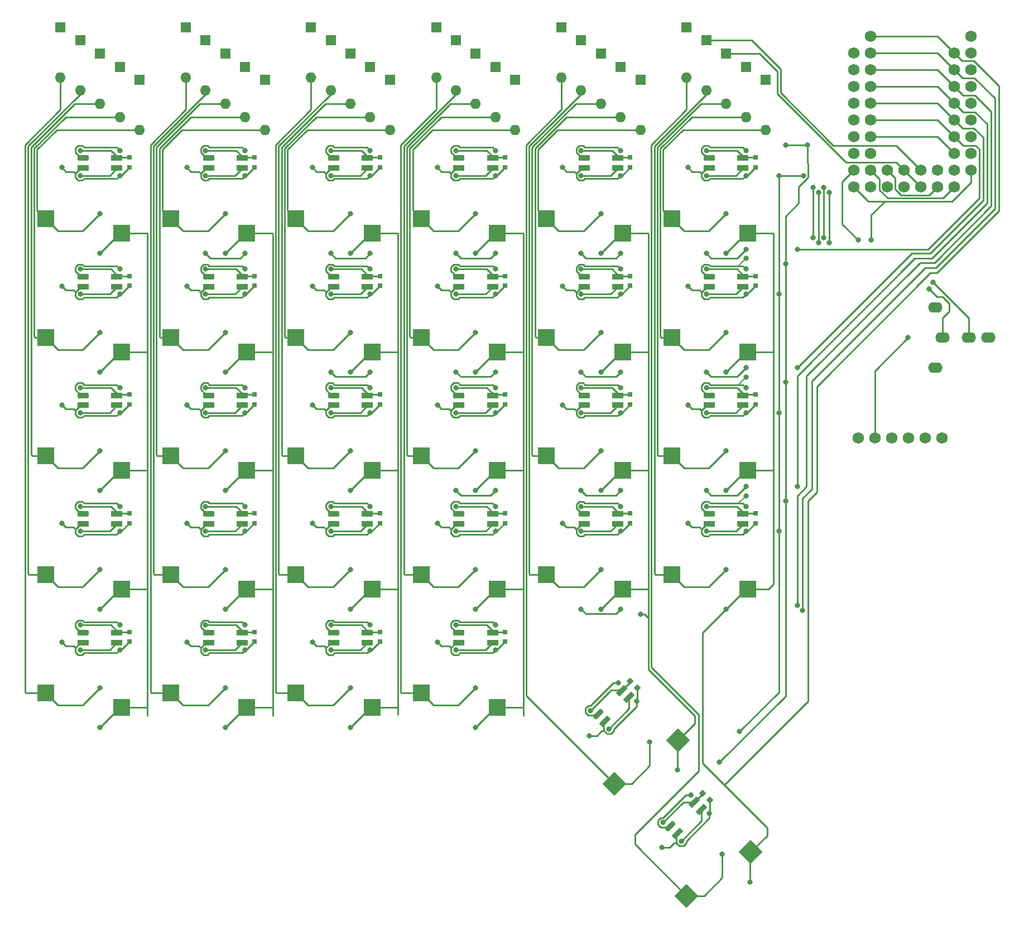
<source format=gbr>
%TF.GenerationSoftware,KiCad,Pcbnew,(6.0.2)*%
%TF.CreationDate,2022-04-13T18:01:38+02:00*%
%TF.ProjectId,SPKB,53504b42-2e6b-4696-9361-645f70636258,rev?*%
%TF.SameCoordinates,Original*%
%TF.FileFunction,Copper,L2,Bot*%
%TF.FilePolarity,Positive*%
%FSLAX46Y46*%
G04 Gerber Fmt 4.6, Leading zero omitted, Abs format (unit mm)*
G04 Created by KiCad (PCBNEW (6.0.2)) date 2022-04-13 18:01:38*
%MOMM*%
%LPD*%
G01*
G04 APERTURE LIST*
G04 Aperture macros list*
%AMRoundRect*
0 Rectangle with rounded corners*
0 $1 Rounding radius*
0 $2 $3 $4 $5 $6 $7 $8 $9 X,Y pos of 4 corners*
0 Add a 4 corners polygon primitive as box body*
4,1,4,$2,$3,$4,$5,$6,$7,$8,$9,$2,$3,0*
0 Add four circle primitives for the rounded corners*
1,1,$1+$1,$2,$3*
1,1,$1+$1,$4,$5*
1,1,$1+$1,$6,$7*
1,1,$1+$1,$8,$9*
0 Add four rect primitives between the rounded corners*
20,1,$1+$1,$2,$3,$4,$5,0*
20,1,$1+$1,$4,$5,$6,$7,0*
20,1,$1+$1,$6,$7,$8,$9,0*
20,1,$1+$1,$8,$9,$2,$3,0*%
%AMRotRect*
0 Rectangle, with rotation*
0 The origin of the aperture is its center*
0 $1 length*
0 $2 width*
0 $3 Rotation angle, in degrees counterclockwise*
0 Add horizontal line*
21,1,$1,$2,0,0,$3*%
G04 Aperture macros list end*
%TA.AperFunction,ComponentPad*%
%ADD10C,1.752600*%
%TD*%
%TA.AperFunction,SMDPad,CuDef*%
%ADD11R,2.600000X2.600000*%
%TD*%
%TA.AperFunction,SMDPad,CuDef*%
%ADD12RoundRect,0.205000X-0.645000X-0.205000X0.645000X-0.205000X0.645000X0.205000X-0.645000X0.205000X0*%
%TD*%
%TA.AperFunction,SMDPad,CuDef*%
%ADD13R,0.750000X0.800000*%
%TD*%
%TA.AperFunction,SMDPad,CuDef*%
%ADD14R,1.700000X0.820000*%
%TD*%
%TA.AperFunction,ComponentPad*%
%ADD15R,1.600000X1.600000*%
%TD*%
%TA.AperFunction,ComponentPad*%
%ADD16O,1.600000X1.600000*%
%TD*%
%TA.AperFunction,SMDPad,CuDef*%
%ADD17RotRect,2.600000X2.600000X45.000000*%
%TD*%
%TA.AperFunction,SMDPad,CuDef*%
%ADD18RoundRect,0.205000X-0.311127X-0.601041X0.601041X0.311127X0.311127X0.601041X-0.601041X-0.311127X0*%
%TD*%
%TA.AperFunction,SMDPad,CuDef*%
%ADD19RotRect,0.800000X0.750000X135.000000*%
%TD*%
%TA.AperFunction,SMDPad,CuDef*%
%ADD20RotRect,1.700000X0.820000X45.000000*%
%TD*%
%TA.AperFunction,ComponentPad*%
%ADD21O,2.200000X1.600000*%
%TD*%
%TA.AperFunction,ViaPad*%
%ADD22C,0.800000*%
%TD*%
%TA.AperFunction,Conductor*%
%ADD23C,0.250000*%
%TD*%
%TA.AperFunction,Conductor*%
%ADD24C,0.200000*%
%TD*%
G04 APERTURE END LIST*
D10*
%TO.P,J1,1,5V*%
%TO.N,5V*%
X166700000Y-92000000D03*
%TO.P,J1,2,3V3*%
%TO.N,3V3*%
X154000000Y-92000000D03*
%TO.P,J1,3,GND*%
%TO.N,GND*%
X156540000Y-92000000D03*
%TO.P,J1,4,JS_X*%
%TO.N,JS_X*%
X159080000Y-92000000D03*
%TO.P,J1,5,JS_Y*%
%TO.N,JS_Y*%
X161620000Y-92000000D03*
%TO.P,J1,6,JS_S*%
%TO.N,JS_S*%
X164160000Y-92000000D03*
%TD*%
D11*
%TO.P,SW20,1,COL*%
%TO.N,COL 2*%
X99275000Y-60950000D03*
%TO.P,SW20,2,ROW*%
%TO.N,Net-(D20-Pad2)*%
X87725000Y-58750000D03*
D12*
%TO.P,SW20,3,OUT*%
%TO.N,Net-(SW10-Pad5)*%
X93450000Y-49560000D03*
D13*
%TO.P,SW20,4,VCC*%
%TO.N,5V*%
X100450000Y-50950000D03*
D14*
X93450000Y-51060000D03*
%TO.P,SW20,5,IN*%
%TO.N,Net-(SW20-Pad5)*%
X98550000Y-51060000D03*
%TO.P,SW20,6,GND*%
%TO.N,GND*%
X98550000Y-49560000D03*
D13*
X100450000Y-49450000D03*
%TD*%
D11*
%TO.P,SW22,1,COL*%
%TO.N,COL 2*%
X99275000Y-96950000D03*
%TO.P,SW22,2,ROW*%
%TO.N,Net-(D22-Pad2)*%
X87725000Y-94750000D03*
D12*
%TO.P,SW22,3,OUT*%
%TO.N,Net-(SW12-Pad5)*%
X93450000Y-85560000D03*
D14*
%TO.P,SW22,4,VCC*%
%TO.N,5V*%
X93450000Y-87060000D03*
D13*
X100450000Y-86950000D03*
D14*
%TO.P,SW22,5,IN*%
%TO.N,Net-(SW22-Pad5)*%
X98550000Y-87060000D03*
%TO.P,SW22,6,GND*%
%TO.N,GND*%
X98550000Y-85560000D03*
D13*
X100450000Y-85450000D03*
%TD*%
D11*
%TO.P,SW0,1,COL*%
%TO.N,COL 0*%
X137275000Y-60950000D03*
%TO.P,SW0,2,ROW*%
%TO.N,Net-(D0-Pad2)*%
X125725000Y-58750000D03*
D12*
%TO.P,SW0,3,OUT*%
%TO.N,unconnected-(SW0-Pad3)*%
X131450000Y-49560000D03*
D13*
%TO.P,SW0,4,VCC*%
%TO.N,5V*%
X138450000Y-50950000D03*
D14*
X131450000Y-51060000D03*
%TO.P,SW0,5,IN*%
%TO.N,Net-(SW0-Pad5)*%
X136550000Y-51060000D03*
%TO.P,SW0,6,GND*%
%TO.N,GND*%
X136550000Y-49560000D03*
D13*
X138450000Y-49450000D03*
%TD*%
D11*
%TO.P,SW21,1,COL*%
%TO.N,COL 2*%
X99275000Y-78950000D03*
%TO.P,SW21,2,ROW*%
%TO.N,Net-(D21-Pad2)*%
X87725000Y-76750000D03*
D12*
%TO.P,SW21,3,OUT*%
%TO.N,Net-(SW11-Pad5)*%
X93450000Y-67560000D03*
D13*
%TO.P,SW21,4,VCC*%
%TO.N,5V*%
X100450000Y-68950000D03*
D14*
X93450000Y-69060000D03*
%TO.P,SW21,5,IN*%
%TO.N,Net-(SW21-Pad5)*%
X98550000Y-69060000D03*
%TO.P,SW21,6,GND*%
%TO.N,GND*%
X98550000Y-67560000D03*
D13*
X100450000Y-67450000D03*
%TD*%
D11*
%TO.P,SW52,1,COL*%
%TO.N,COL 5*%
X42275000Y-96950000D03*
%TO.P,SW52,2,ROW*%
%TO.N,Net-(D52-Pad2)*%
X30725000Y-94750000D03*
D12*
%TO.P,SW52,3,OUT*%
%TO.N,Net-(SW42-Pad5)*%
X36450000Y-85560000D03*
D13*
%TO.P,SW52,4,VCC*%
%TO.N,5V*%
X43450000Y-86950000D03*
D14*
X36450000Y-87060000D03*
%TO.P,SW52,5,IN*%
%TO.N,Net-(SW3-Pad3)*%
X41550000Y-87060000D03*
%TO.P,SW52,6,GND*%
%TO.N,GND*%
X41550000Y-85560000D03*
D13*
X43450000Y-85450000D03*
%TD*%
D15*
%TO.P,D13,1,K*%
%TO.N,ROW 3*%
X112000000Y-31690000D03*
D16*
%TO.P,D13,2,A*%
%TO.N,Net-(D13-Pad2)*%
X112000000Y-39310000D03*
%TD*%
D11*
%TO.P,SW54,1,COL*%
%TO.N,COL 5*%
X42275000Y-132950000D03*
%TO.P,SW54,2,ROW*%
%TO.N,Net-(D54-Pad2)*%
X30725000Y-130750000D03*
D12*
%TO.P,SW54,3,OUT*%
%TO.N,Net-(SW44-Pad5)*%
X36450000Y-121560000D03*
D13*
%TO.P,SW54,4,VCC*%
%TO.N,5V*%
X43450000Y-122950000D03*
D14*
X36450000Y-123060000D03*
%TO.P,SW54,5,IN*%
%TO.N,LED*%
X41550000Y-123060000D03*
%TO.P,SW54,6,GND*%
%TO.N,GND*%
X41550000Y-121560000D03*
D13*
X43450000Y-121450000D03*
%TD*%
D11*
%TO.P,SW34,1,COL*%
%TO.N,COL 3*%
X80275000Y-132950000D03*
%TO.P,SW34,2,ROW*%
%TO.N,Net-(D34-Pad2)*%
X68725000Y-130750000D03*
D12*
%TO.P,SW34,3,OUT*%
%TO.N,Net-(SW24-Pad5)*%
X74450000Y-121560000D03*
D13*
%TO.P,SW34,4,VCC*%
%TO.N,5V*%
X81450000Y-122950000D03*
D14*
X74450000Y-123060000D03*
%TO.P,SW34,5,IN*%
%TO.N,Net-(SW34-Pad5)*%
X79550000Y-123060000D03*
%TO.P,SW34,6,GND*%
%TO.N,GND*%
X79550000Y-121560000D03*
D13*
X81450000Y-121450000D03*
%TD*%
D11*
%TO.P,SW50,1,COL*%
%TO.N,COL 5*%
X42275000Y-60950000D03*
%TO.P,SW50,2,ROW*%
%TO.N,Net-(D50-Pad2)*%
X30725000Y-58750000D03*
D12*
%TO.P,SW50,3,OUT*%
%TO.N,Net-(SW40-Pad5)*%
X36450000Y-49560000D03*
D13*
%TO.P,SW50,4,VCC*%
%TO.N,5V*%
X43450000Y-50950000D03*
D14*
X36450000Y-51060000D03*
%TO.P,SW50,5,IN*%
%TO.N,Net-(SW1-Pad3)*%
X41550000Y-51060000D03*
%TO.P,SW50,6,GND*%
%TO.N,GND*%
X41550000Y-49560000D03*
D13*
X43450000Y-49450000D03*
%TD*%
D15*
%TO.P,D31,1,K*%
%TO.N,ROW 1*%
X80000000Y-35690000D03*
D16*
%TO.P,D31,2,A*%
%TO.N,Net-(D31-Pad2)*%
X80000000Y-43310000D03*
%TD*%
D15*
%TO.P,D40,1,K*%
%TO.N,ROW 0*%
X64000000Y-37690000D03*
D16*
%TO.P,D40,2,A*%
%TO.N,Net-(D40-Pad2)*%
X64000000Y-45310000D03*
%TD*%
D15*
%TO.P,D34,1,K*%
%TO.N,ROW 4*%
X71000000Y-29690000D03*
D16*
%TO.P,D34,2,A*%
%TO.N,Net-(D34-Pad2)*%
X71000000Y-37310000D03*
%TD*%
D15*
%TO.P,D20,1,K*%
%TO.N,ROW 0*%
X102000000Y-37690000D03*
D16*
%TO.P,D20,2,A*%
%TO.N,Net-(D20-Pad2)*%
X102000000Y-45310000D03*
%TD*%
D11*
%TO.P,SW13,1,COL*%
%TO.N,COL 1*%
X118275000Y-114950000D03*
%TO.P,SW13,2,ROW*%
%TO.N,Net-(D13-Pad2)*%
X106725000Y-112750000D03*
D12*
%TO.P,SW13,3,OUT*%
%TO.N,Net-(SW13-Pad3)*%
X112450000Y-103560000D03*
D13*
%TO.P,SW13,4,VCC*%
%TO.N,5V*%
X119450000Y-104950000D03*
D14*
X112450000Y-105060000D03*
%TO.P,SW13,5,IN*%
%TO.N,Net-(SW13-Pad5)*%
X117550000Y-105060000D03*
D13*
%TO.P,SW13,6,GND*%
%TO.N,GND*%
X119450000Y-103450000D03*
D14*
X117550000Y-103560000D03*
%TD*%
D15*
%TO.P,D1,1,K*%
%TO.N,ROW 1*%
X137000000Y-35690000D03*
D16*
%TO.P,D1,2,A*%
%TO.N,Net-(D1-Pad2)*%
X137000000Y-43310000D03*
%TD*%
D11*
%TO.P,SW32,1,COL*%
%TO.N,COL 3*%
X80275000Y-96950000D03*
%TO.P,SW32,2,ROW*%
%TO.N,Net-(D32-Pad2)*%
X68725000Y-94750000D03*
D12*
%TO.P,SW32,3,OUT*%
%TO.N,Net-(SW22-Pad5)*%
X74450000Y-85560000D03*
D14*
%TO.P,SW32,4,VCC*%
%TO.N,5V*%
X74450000Y-87060000D03*
D13*
X81450000Y-86950000D03*
D14*
%TO.P,SW32,5,IN*%
%TO.N,Net-(SW32-Pad5)*%
X79550000Y-87060000D03*
D13*
%TO.P,SW32,6,GND*%
%TO.N,GND*%
X81450000Y-85450000D03*
D14*
X79550000Y-85560000D03*
%TD*%
D15*
%TO.P,D14,1,K*%
%TO.N,ROW 4*%
X109000000Y-29690000D03*
D16*
%TO.P,D14,2,A*%
%TO.N,Net-(D14-Pad2)*%
X109000000Y-37310000D03*
%TD*%
D15*
%TO.P,D0,1,K*%
%TO.N,ROW 0*%
X140000000Y-37690000D03*
D16*
%TO.P,D0,2,A*%
%TO.N,Net-(D0-Pad2)*%
X140000000Y-45310000D03*
%TD*%
D11*
%TO.P,SW41,1,COL*%
%TO.N,COL 4*%
X61275000Y-78950000D03*
%TO.P,SW41,2,ROW*%
%TO.N,Net-(D41-Pad2)*%
X49725000Y-76750000D03*
D12*
%TO.P,SW41,3,OUT*%
%TO.N,Net-(SW31-Pad5)*%
X55450000Y-67560000D03*
D13*
%TO.P,SW41,4,VCC*%
%TO.N,5V*%
X62450000Y-68950000D03*
D14*
X55450000Y-69060000D03*
%TO.P,SW41,5,IN*%
%TO.N,Net-(SW41-Pad5)*%
X60550000Y-69060000D03*
D13*
%TO.P,SW41,6,GND*%
%TO.N,GND*%
X62450000Y-67450000D03*
D14*
X60550000Y-67560000D03*
%TD*%
D15*
%TO.P,D2,1,K*%
%TO.N,ROW 2*%
X134000000Y-33690000D03*
D16*
%TO.P,D2,2,A*%
%TO.N,Net-(D2-Pad2)*%
X134000000Y-41310000D03*
%TD*%
D15*
%TO.P,D41,1,K*%
%TO.N,ROW 1*%
X61000000Y-35690000D03*
D16*
%TO.P,D41,2,A*%
%TO.N,Net-(D41-Pad2)*%
X61000000Y-43310000D03*
%TD*%
D15*
%TO.P,D53,1,K*%
%TO.N,ROW 3*%
X36000000Y-31690000D03*
D16*
%TO.P,D53,2,A*%
%TO.N,Net-(D53-Pad2)*%
X36000000Y-39310000D03*
%TD*%
D11*
%TO.P,SW44,1,COL*%
%TO.N,COL 4*%
X61275000Y-132950000D03*
%TO.P,SW44,2,ROW*%
%TO.N,Net-(D44-Pad2)*%
X49725000Y-130750000D03*
D12*
%TO.P,SW44,3,OUT*%
%TO.N,Net-(SW34-Pad5)*%
X55450000Y-121560000D03*
D14*
%TO.P,SW44,4,VCC*%
%TO.N,5V*%
X55450000Y-123060000D03*
D13*
X62450000Y-122950000D03*
D14*
%TO.P,SW44,5,IN*%
%TO.N,Net-(SW44-Pad5)*%
X60550000Y-123060000D03*
%TO.P,SW44,6,GND*%
%TO.N,GND*%
X60550000Y-121560000D03*
D13*
X62450000Y-121450000D03*
%TD*%
D15*
%TO.P,D3,1,K*%
%TO.N,ROW 3*%
X131000000Y-31690000D03*
D16*
%TO.P,D3,2,A*%
%TO.N,Net-(D3-Pad2)*%
X131000000Y-39310000D03*
%TD*%
D11*
%TO.P,SW11,1,COL*%
%TO.N,COL 1*%
X118275000Y-78950000D03*
%TO.P,SW11,2,ROW*%
%TO.N,Net-(D11-Pad2)*%
X106725000Y-76750000D03*
D12*
%TO.P,SW11,3,OUT*%
%TO.N,Net-(SW1-Pad5)*%
X112450000Y-67560000D03*
D14*
%TO.P,SW11,4,VCC*%
%TO.N,5V*%
X112450000Y-69060000D03*
D13*
X119450000Y-68950000D03*
D14*
%TO.P,SW11,5,IN*%
%TO.N,Net-(SW11-Pad5)*%
X117550000Y-69060000D03*
D13*
%TO.P,SW11,6,GND*%
%TO.N,GND*%
X119450000Y-67450000D03*
D14*
X117550000Y-67560000D03*
%TD*%
D15*
%TO.P,D54,1,K*%
%TO.N,ROW 4*%
X33000000Y-29690000D03*
D16*
%TO.P,D54,2,A*%
%TO.N,Net-(D54-Pad2)*%
X33000000Y-37310000D03*
%TD*%
D11*
%TO.P,SW42,1,COL*%
%TO.N,COL 4*%
X61275000Y-96950000D03*
%TO.P,SW42,2,ROW*%
%TO.N,Net-(D42-Pad2)*%
X49725000Y-94750000D03*
D12*
%TO.P,SW42,3,OUT*%
%TO.N,Net-(SW32-Pad5)*%
X55450000Y-85560000D03*
D13*
%TO.P,SW42,4,VCC*%
%TO.N,5V*%
X62450000Y-86950000D03*
D14*
X55450000Y-87060000D03*
%TO.P,SW42,5,IN*%
%TO.N,Net-(SW42-Pad5)*%
X60550000Y-87060000D03*
D13*
%TO.P,SW42,6,GND*%
%TO.N,GND*%
X62450000Y-85450000D03*
D14*
X60550000Y-85560000D03*
%TD*%
D11*
%TO.P,SW3,1,COL*%
%TO.N,COL 0*%
X137275000Y-114950000D03*
%TO.P,SW3,2,ROW*%
%TO.N,Net-(D3-Pad2)*%
X125725000Y-112750000D03*
D12*
%TO.P,SW3,3,OUT*%
%TO.N,Net-(SW3-Pad3)*%
X131450000Y-103560000D03*
D14*
%TO.P,SW3,4,VCC*%
%TO.N,5V*%
X131450000Y-105060000D03*
D13*
X138450000Y-104950000D03*
D14*
%TO.P,SW3,5,IN*%
%TO.N,Net-(SW13-Pad3)*%
X136550000Y-105060000D03*
%TO.P,SW3,6,GND*%
%TO.N,GND*%
X136550000Y-103560000D03*
D13*
X138450000Y-103450000D03*
%TD*%
D15*
%TO.P,D24,1,K*%
%TO.N,ROW 4*%
X90000000Y-29690000D03*
D16*
%TO.P,D24,2,A*%
%TO.N,Net-(D24-Pad2)*%
X90000000Y-37310000D03*
%TD*%
D15*
%TO.P,D43,1,K*%
%TO.N,ROW 3*%
X55000000Y-31690000D03*
D16*
%TO.P,D43,2,A*%
%TO.N,Net-(D43-Pad2)*%
X55000000Y-39310000D03*
%TD*%
D15*
%TO.P,D12,1,K*%
%TO.N,ROW 2*%
X115000000Y-33690000D03*
D16*
%TO.P,D12,2,A*%
%TO.N,Net-(D12-Pad2)*%
X115000000Y-41310000D03*
%TD*%
D15*
%TO.P,D4,1,K*%
%TO.N,ROW 4*%
X128000000Y-29690000D03*
D16*
%TO.P,D4,2,A*%
%TO.N,Net-(D4-Pad2)*%
X128000000Y-37310000D03*
%TD*%
D11*
%TO.P,SW24,1,COL*%
%TO.N,COL 2*%
X99275000Y-132950000D03*
%TO.P,SW24,2,ROW*%
%TO.N,Net-(D24-Pad2)*%
X87725000Y-130750000D03*
D12*
%TO.P,SW24,3,OUT*%
%TO.N,Net-(SW14-Pad5)*%
X93450000Y-121560000D03*
D14*
%TO.P,SW24,4,VCC*%
%TO.N,5V*%
X93450000Y-123060000D03*
D13*
X100450000Y-122950000D03*
D14*
%TO.P,SW24,5,IN*%
%TO.N,Net-(SW24-Pad5)*%
X98550000Y-123060000D03*
D13*
%TO.P,SW24,6,GND*%
%TO.N,GND*%
X100450000Y-121450000D03*
D14*
X98550000Y-121560000D03*
%TD*%
D17*
%TO.P,SW14,1,COL*%
%TO.N,COL 1*%
X126723060Y-137891511D03*
%TO.P,SW14,2,ROW*%
%TO.N,Net-(D14-Pad2)*%
X117000342Y-144502959D03*
D18*
%TO.P,SW14,3,OUT*%
%TO.N,Net-(SW14-Pad3)*%
X114550217Y-133956461D03*
D19*
%TO.P,SW14,4,VCC*%
%TO.N,5V*%
X120482843Y-129989592D03*
D20*
X115610877Y-135017122D03*
%TO.P,SW14,5,IN*%
%TO.N,Net-(SW14-Pad5)*%
X119217122Y-131410877D03*
D19*
%TO.P,SW14,6,GND*%
%TO.N,GND*%
X119422183Y-128928932D03*
D20*
X118156461Y-130350217D03*
%TD*%
D15*
%TO.P,D44,1,K*%
%TO.N,ROW 4*%
X52000000Y-29690000D03*
D16*
%TO.P,D44,2,A*%
%TO.N,Net-(D44-Pad2)*%
X52000000Y-37310000D03*
%TD*%
D15*
%TO.P,D30,1,K*%
%TO.N,ROW 0*%
X83000000Y-37690000D03*
D16*
%TO.P,D30,2,A*%
%TO.N,Net-(D30-Pad2)*%
X83000000Y-45310000D03*
%TD*%
D15*
%TO.P,D10,1,K*%
%TO.N,ROW 0*%
X121000000Y-37690000D03*
D16*
%TO.P,D10,2,A*%
%TO.N,Net-(D10-Pad2)*%
X121000000Y-45310000D03*
%TD*%
D15*
%TO.P,D42,1,K*%
%TO.N,ROW 2*%
X58000000Y-33690000D03*
D16*
%TO.P,D42,2,A*%
%TO.N,Net-(D42-Pad2)*%
X58000000Y-41310000D03*
%TD*%
D11*
%TO.P,SW33,1,COL*%
%TO.N,COL 3*%
X80275000Y-114950000D03*
%TO.P,SW33,2,ROW*%
%TO.N,Net-(D33-Pad2)*%
X68725000Y-112750000D03*
D12*
%TO.P,SW33,3,OUT*%
%TO.N,Net-(SW23-Pad5)*%
X74450000Y-103560000D03*
D14*
%TO.P,SW33,4,VCC*%
%TO.N,5V*%
X74450000Y-105060000D03*
D13*
X81450000Y-104950000D03*
D14*
%TO.P,SW33,5,IN*%
%TO.N,Net-(SW33-Pad5)*%
X79550000Y-105060000D03*
D13*
%TO.P,SW33,6,GND*%
%TO.N,GND*%
X81450000Y-103450000D03*
D14*
X79550000Y-103560000D03*
%TD*%
D15*
%TO.P,D51,1,K*%
%TO.N,ROW 1*%
X42000000Y-35690000D03*
D16*
%TO.P,D51,2,A*%
%TO.N,Net-(D51-Pad2)*%
X42000000Y-43310000D03*
%TD*%
D11*
%TO.P,SW1,1,COL*%
%TO.N,COL 0*%
X137275000Y-78950000D03*
%TO.P,SW1,2,ROW*%
%TO.N,Net-(D1-Pad2)*%
X125725000Y-76750000D03*
D12*
%TO.P,SW1,3,OUT*%
%TO.N,Net-(SW1-Pad3)*%
X131450000Y-67560000D03*
D13*
%TO.P,SW1,4,VCC*%
%TO.N,5V*%
X138450000Y-68950000D03*
D14*
X131450000Y-69060000D03*
%TO.P,SW1,5,IN*%
%TO.N,Net-(SW1-Pad5)*%
X136550000Y-69060000D03*
D13*
%TO.P,SW1,6,GND*%
%TO.N,GND*%
X138450000Y-67450000D03*
D14*
X136550000Y-67560000D03*
%TD*%
D11*
%TO.P,SW23,1,COL*%
%TO.N,COL 2*%
X99275000Y-114950000D03*
%TO.P,SW23,2,ROW*%
%TO.N,Net-(D23-Pad2)*%
X87725000Y-112750000D03*
D12*
%TO.P,SW23,3,OUT*%
%TO.N,Net-(SW13-Pad5)*%
X93450000Y-103560000D03*
D13*
%TO.P,SW23,4,VCC*%
%TO.N,5V*%
X100450000Y-104950000D03*
D14*
X93450000Y-105060000D03*
%TO.P,SW23,5,IN*%
%TO.N,Net-(SW23-Pad5)*%
X98550000Y-105060000D03*
%TO.P,SW23,6,GND*%
%TO.N,GND*%
X98550000Y-103560000D03*
D13*
X100450000Y-103450000D03*
%TD*%
D11*
%TO.P,SW30,1,COL*%
%TO.N,COL 3*%
X80275000Y-60950000D03*
%TO.P,SW30,2,ROW*%
%TO.N,Net-(D30-Pad2)*%
X68725000Y-58750000D03*
D12*
%TO.P,SW30,3,OUT*%
%TO.N,Net-(SW20-Pad5)*%
X74450000Y-49560000D03*
D14*
%TO.P,SW30,4,VCC*%
%TO.N,5V*%
X74450000Y-51060000D03*
D13*
X81450000Y-50950000D03*
D14*
%TO.P,SW30,5,IN*%
%TO.N,Net-(SW30-Pad5)*%
X79550000Y-51060000D03*
D13*
%TO.P,SW30,6,GND*%
%TO.N,GND*%
X81450000Y-49450000D03*
D14*
X79550000Y-49560000D03*
%TD*%
D15*
%TO.P,D11,1,K*%
%TO.N,ROW 1*%
X118000000Y-35690000D03*
D16*
%TO.P,D11,2,A*%
%TO.N,Net-(D11-Pad2)*%
X118000000Y-43310000D03*
%TD*%
D17*
%TO.P,SW4,1,COL*%
%TO.N,COL 0*%
X137723060Y-154891511D03*
%TO.P,SW4,2,ROW*%
%TO.N,Net-(D4-Pad2)*%
X128000342Y-161502959D03*
D18*
%TO.P,SW4,3,OUT*%
%TO.N,Net-(SW4-Pad3)*%
X125550217Y-150956461D03*
D20*
%TO.P,SW4,4,VCC*%
%TO.N,5V*%
X126610877Y-152017122D03*
D19*
X131482843Y-146989592D03*
D20*
%TO.P,SW4,5,IN*%
%TO.N,Net-(SW14-Pad3)*%
X130217122Y-148410877D03*
%TO.P,SW4,6,GND*%
%TO.N,GND*%
X129156461Y-147350217D03*
D19*
X130422183Y-145928932D03*
%TD*%
D21*
%TO.P,T1,1*%
%TO.N,N/C*%
X165700000Y-72200000D03*
X165700000Y-81400000D03*
%TO.P,T1,2*%
X166800000Y-76800000D03*
%TO.P,T1,3*%
X170800000Y-76800000D03*
%TO.P,T1,4*%
X173800000Y-76800000D03*
%TD*%
D11*
%TO.P,SW43,1,COL*%
%TO.N,COL 4*%
X61275000Y-114950000D03*
%TO.P,SW43,2,ROW*%
%TO.N,Net-(D43-Pad2)*%
X49725000Y-112750000D03*
D12*
%TO.P,SW43,3,OUT*%
%TO.N,Net-(SW33-Pad5)*%
X55450000Y-103560000D03*
D13*
%TO.P,SW43,4,VCC*%
%TO.N,5V*%
X62450000Y-104950000D03*
D14*
X55450000Y-105060000D03*
%TO.P,SW43,5,IN*%
%TO.N,Net-(SW43-Pad5)*%
X60550000Y-105060000D03*
D13*
%TO.P,SW43,6,GND*%
%TO.N,GND*%
X62450000Y-103450000D03*
D14*
X60550000Y-103560000D03*
%TD*%
D11*
%TO.P,SW2,1,COL*%
%TO.N,COL 0*%
X137275000Y-96950000D03*
%TO.P,SW2,2,ROW*%
%TO.N,Net-(D2-Pad2)*%
X125725000Y-94750000D03*
D12*
%TO.P,SW2,3,OUT*%
%TO.N,Net-(SW2-Pad3)*%
X131450000Y-85560000D03*
D13*
%TO.P,SW2,4,VCC*%
%TO.N,5V*%
X138450000Y-86950000D03*
D14*
X131450000Y-87060000D03*
%TO.P,SW2,5,IN*%
%TO.N,Net-(SW12-Pad3)*%
X136550000Y-87060000D03*
D13*
%TO.P,SW2,6,GND*%
%TO.N,GND*%
X138450000Y-85450000D03*
D14*
X136550000Y-85560000D03*
%TD*%
D11*
%TO.P,SW12,1,COL*%
%TO.N,COL 1*%
X118275000Y-96950000D03*
%TO.P,SW12,2,ROW*%
%TO.N,Net-(D12-Pad2)*%
X106725000Y-94750000D03*
D12*
%TO.P,SW12,3,OUT*%
%TO.N,Net-(SW12-Pad3)*%
X112450000Y-85560000D03*
D14*
%TO.P,SW12,4,VCC*%
%TO.N,5V*%
X112450000Y-87060000D03*
D13*
X119450000Y-86950000D03*
D14*
%TO.P,SW12,5,IN*%
%TO.N,Net-(SW12-Pad5)*%
X117550000Y-87060000D03*
%TO.P,SW12,6,GND*%
%TO.N,GND*%
X117550000Y-85560000D03*
D13*
X119450000Y-85450000D03*
%TD*%
D15*
%TO.P,D21,1,K*%
%TO.N,ROW 1*%
X99000000Y-35690000D03*
D16*
%TO.P,D21,2,A*%
%TO.N,Net-(D21-Pad2)*%
X99000000Y-43310000D03*
%TD*%
D10*
%TO.P,U1,1,5V*%
%TO.N,5V*%
X171160000Y-31050000D03*
X153380000Y-33590000D03*
%TO.P,U1,2,GND*%
%TO.N,GND*%
X171160000Y-33590000D03*
X153380000Y-36130000D03*
%TO.P,U1,3,3V3*%
%TO.N,3V3*%
X171160000Y-36130000D03*
X153380000Y-38670000D03*
%TO.P,U1,4,GP29*%
%TO.N,JS_X*%
X153380000Y-41210000D03*
X171160000Y-38670000D03*
%TO.P,U1,5,GP28*%
%TO.N,JS_Y*%
X171160000Y-41210000D03*
X153380000Y-43750000D03*
%TO.P,U1,6,GP27*%
%TO.N,JS_S*%
X153380000Y-46290000D03*
X171160000Y-43750000D03*
%TO.P,U1,7,GP26*%
%TO.N,unconnected-(U1-Pad7)*%
X153380000Y-48830000D03*
X171160000Y-46290000D03*
%TO.P,U1,8,GP15*%
%TO.N,I2C SDA*%
X153380000Y-51370000D03*
X171160000Y-48830000D03*
%TO.P,U1,9,GP14*%
%TO.N,I2C SCL*%
X153380000Y-53910000D03*
X171160000Y-51370000D03*
%TO.P,U1,10,GP13*%
%TO.N,unconnected-(U1-Pad10)*%
X155920000Y-53910000D03*
%TO.P,U1,11,GP12*%
%TO.N,ROW 4*%
X166080000Y-51370000D03*
X158460000Y-53910000D03*
%TO.P,U1,12,GP11*%
%TO.N,ROW 3*%
X163540000Y-51370000D03*
X161000000Y-53910000D03*
%TO.P,U1,13,GP10*%
%TO.N,ROW 2*%
X163540000Y-53910000D03*
X161000000Y-51370000D03*
%TO.P,U1,14,GP9*%
%TO.N,ROW 1*%
X158460000Y-51370000D03*
X166080000Y-53910000D03*
%TO.P,U1,15,GP8*%
%TO.N,ROW 0*%
X155920000Y-51370000D03*
X168620000Y-53910000D03*
%TO.P,U1,16,GP7*%
%TO.N,unconnected-(U1-Pad16)*%
X155920000Y-48830000D03*
%TO.P,U1,17,GP6*%
%TO.N,LED*%
X155920000Y-46290000D03*
X168620000Y-48830000D03*
%TO.P,U1,18,GP5*%
%TO.N,COL 5*%
X155920000Y-43750000D03*
X168620000Y-46290000D03*
%TO.P,U1,19,GP4*%
%TO.N,COL 4*%
X168620000Y-43750000D03*
X155920000Y-41210000D03*
%TO.P,U1,20,GP3*%
%TO.N,COL 3*%
X168620000Y-41210000D03*
X155920000Y-38670000D03*
%TO.P,U1,21,GP2*%
%TO.N,COL 2*%
X168620000Y-38670000D03*
X155920000Y-36130000D03*
%TO.P,U1,22,GP1*%
%TO.N,COL 1*%
X168620000Y-36130000D03*
X155920000Y-33590000D03*
%TO.P,U1,23,GP0*%
%TO.N,COL 0*%
X168620000Y-33590000D03*
X155920000Y-31050000D03*
%TO.P,U1,24*%
%TO.N,N/C*%
X168620000Y-51370000D03*
%TD*%
D15*
%TO.P,D22,1,K*%
%TO.N,ROW 2*%
X96000000Y-33690000D03*
D16*
%TO.P,D22,2,A*%
%TO.N,Net-(D22-Pad2)*%
X96000000Y-41310000D03*
%TD*%
D11*
%TO.P,SW31,1,COL*%
%TO.N,COL 3*%
X80275000Y-78950000D03*
%TO.P,SW31,2,ROW*%
%TO.N,Net-(D31-Pad2)*%
X68725000Y-76750000D03*
D12*
%TO.P,SW31,3,OUT*%
%TO.N,Net-(SW21-Pad5)*%
X74450000Y-67560000D03*
D13*
%TO.P,SW31,4,VCC*%
%TO.N,5V*%
X81450000Y-68950000D03*
D14*
X74450000Y-69060000D03*
%TO.P,SW31,5,IN*%
%TO.N,Net-(SW31-Pad5)*%
X79550000Y-69060000D03*
D13*
%TO.P,SW31,6,GND*%
%TO.N,GND*%
X81450000Y-67450000D03*
D14*
X79550000Y-67560000D03*
%TD*%
D11*
%TO.P,SW51,1,COL*%
%TO.N,COL 5*%
X42275000Y-78950000D03*
%TO.P,SW51,2,ROW*%
%TO.N,Net-(D51-Pad2)*%
X30725000Y-76750000D03*
D12*
%TO.P,SW51,3,OUT*%
%TO.N,Net-(SW41-Pad5)*%
X36450000Y-67560000D03*
D14*
%TO.P,SW51,4,VCC*%
%TO.N,5V*%
X36450000Y-69060000D03*
D13*
X43450000Y-68950000D03*
D14*
%TO.P,SW51,5,IN*%
%TO.N,Net-(SW2-Pad3)*%
X41550000Y-69060000D03*
D13*
%TO.P,SW51,6,GND*%
%TO.N,GND*%
X43450000Y-67450000D03*
D14*
X41550000Y-67560000D03*
%TD*%
D11*
%TO.P,SW40,1,COL*%
%TO.N,COL 4*%
X61275000Y-60950000D03*
%TO.P,SW40,2,ROW*%
%TO.N,Net-(D40-Pad2)*%
X49725000Y-58750000D03*
D12*
%TO.P,SW40,3,OUT*%
%TO.N,Net-(SW30-Pad5)*%
X55450000Y-49560000D03*
D14*
%TO.P,SW40,4,VCC*%
%TO.N,5V*%
X55450000Y-51060000D03*
D13*
X62450000Y-50950000D03*
D14*
%TO.P,SW40,5,IN*%
%TO.N,Net-(SW40-Pad5)*%
X60550000Y-51060000D03*
%TO.P,SW40,6,GND*%
%TO.N,GND*%
X60550000Y-49560000D03*
D13*
X62450000Y-49450000D03*
%TD*%
D15*
%TO.P,D50,1,K*%
%TO.N,ROW 0*%
X45000000Y-37690000D03*
D16*
%TO.P,D50,2,A*%
%TO.N,Net-(D50-Pad2)*%
X45000000Y-45310000D03*
%TD*%
D15*
%TO.P,D32,1,K*%
%TO.N,ROW 2*%
X77000000Y-33690000D03*
D16*
%TO.P,D32,2,A*%
%TO.N,Net-(D32-Pad2)*%
X77000000Y-41310000D03*
%TD*%
D11*
%TO.P,SW10,1,COL*%
%TO.N,COL 1*%
X118275000Y-60950000D03*
%TO.P,SW10,2,ROW*%
%TO.N,Net-(D10-Pad2)*%
X106725000Y-58750000D03*
D12*
%TO.P,SW10,3,OUT*%
%TO.N,Net-(SW0-Pad5)*%
X112450000Y-49560000D03*
D13*
%TO.P,SW10,4,VCC*%
%TO.N,5V*%
X119450000Y-50950000D03*
D14*
X112450000Y-51060000D03*
%TO.P,SW10,5,IN*%
%TO.N,Net-(SW10-Pad5)*%
X117550000Y-51060000D03*
%TO.P,SW10,6,GND*%
%TO.N,GND*%
X117550000Y-49560000D03*
D13*
X119450000Y-49450000D03*
%TD*%
D15*
%TO.P,D33,1,K*%
%TO.N,ROW 3*%
X74000000Y-31690000D03*
D16*
%TO.P,D33,2,A*%
%TO.N,Net-(D33-Pad2)*%
X74000000Y-39310000D03*
%TD*%
D11*
%TO.P,SW53,1,COL*%
%TO.N,COL 5*%
X42275000Y-114950000D03*
%TO.P,SW53,2,ROW*%
%TO.N,Net-(D53-Pad2)*%
X30725000Y-112750000D03*
D12*
%TO.P,SW53,3,OUT*%
%TO.N,Net-(SW43-Pad5)*%
X36450000Y-103560000D03*
D13*
%TO.P,SW53,4,VCC*%
%TO.N,5V*%
X43450000Y-104950000D03*
D14*
X36450000Y-105060000D03*
%TO.P,SW53,5,IN*%
%TO.N,Net-(SW4-Pad3)*%
X41550000Y-105060000D03*
%TO.P,SW53,6,GND*%
%TO.N,GND*%
X41550000Y-103560000D03*
D13*
X43450000Y-103450000D03*
%TD*%
D15*
%TO.P,D23,1,K*%
%TO.N,ROW 3*%
X93000000Y-31690000D03*
D16*
%TO.P,D23,2,A*%
%TO.N,Net-(D23-Pad2)*%
X93000000Y-39310000D03*
%TD*%
D15*
%TO.P,D52,1,K*%
%TO.N,ROW 2*%
X39000000Y-33690000D03*
D16*
%TO.P,D52,2,A*%
%TO.N,Net-(D52-Pad2)*%
X39000000Y-41310000D03*
%TD*%
D22*
%TO.N,GND*%
X161600000Y-76800000D03*
%TO.N,JS_X*%
X148000000Y-62400000D03*
%TO.N,JS_S*%
X149600000Y-62400000D03*
%TO.N,3V3*%
X147200000Y-61600000D03*
%TO.N,JS_Y*%
X148800000Y-61600000D03*
%TO.N,JS_S*%
X149600000Y-54800000D03*
%TO.N,JS_Y*%
X148800000Y-54000000D03*
%TO.N,JS_X*%
X148000000Y-54800000D03*
%TO.N,3V3*%
X147200000Y-54000000D03*
%TO.N,Net-(D31-Pad2)*%
X77000000Y-76000000D03*
%TO.N,Net-(D34-Pad2)*%
X77000000Y-130000000D03*
%TO.N,Net-(D22-Pad2)*%
X96000000Y-94000000D03*
%TO.N,Net-(D24-Pad2)*%
X96000000Y-130000000D03*
%TO.N,COL 0*%
X137600000Y-159400000D03*
X134000000Y-64000000D03*
X134000000Y-118000000D03*
X134000000Y-82000000D03*
X134000000Y-100000000D03*
%TO.N,COL 5*%
X99000000Y-64000000D03*
X39000000Y-64000000D03*
X39000000Y-136000000D03*
X39000000Y-100000000D03*
X55000000Y-64000000D03*
X61000000Y-64000000D03*
X93000000Y-64000000D03*
X118000000Y-64000000D03*
X112000000Y-64000000D03*
X39000000Y-118000000D03*
X80000000Y-64000000D03*
X131000000Y-64000000D03*
X74000000Y-64000000D03*
X144800000Y-63400000D03*
X39000000Y-82000000D03*
X137000000Y-63400000D03*
%TO.N,COL 4*%
X80000000Y-82000000D03*
X131000000Y-82000000D03*
X118000000Y-82000000D03*
X74000000Y-82000000D03*
X112000000Y-82000000D03*
X58000000Y-82000000D03*
X58000000Y-100000000D03*
X58000000Y-64000000D03*
X137000000Y-81400000D03*
X93000000Y-82000000D03*
X58000000Y-136000000D03*
X99000000Y-82000000D03*
X58000000Y-118000000D03*
X144800000Y-81400000D03*
%TO.N,COL 3*%
X77000000Y-118000000D03*
X131000000Y-100000000D03*
X118000000Y-100000000D03*
X112000000Y-100000000D03*
X77000000Y-136000000D03*
X99000000Y-100000000D03*
X77000000Y-64000000D03*
X137000000Y-99400000D03*
X77000000Y-100000000D03*
X93000000Y-100000000D03*
X77000000Y-82000000D03*
X144800000Y-99400000D03*
%TO.N,COL 1*%
X115000000Y-100000000D03*
X115000000Y-64000000D03*
X145600000Y-118200000D03*
X121000000Y-118800000D03*
X126600000Y-142400000D03*
X115000000Y-82000000D03*
X115000000Y-118000000D03*
%TO.N,COL 2*%
X96000000Y-100000000D03*
X96000000Y-118000000D03*
X96000000Y-136000000D03*
X144800000Y-117400000D03*
X96000000Y-82000000D03*
X112000000Y-118000000D03*
X118000000Y-118000000D03*
X96000000Y-64000000D03*
%TO.N,Net-(D1-Pad2)*%
X134000000Y-76000000D03*
%TO.N,I2C SDA*%
X154000000Y-62000000D03*
X164800000Y-69400000D03*
%TO.N,I2C SCL*%
X156000000Y-62000000D03*
X165400000Y-68400000D03*
%TO.N,LED*%
X36000000Y-124200000D03*
%TO.N,GND*%
X143000000Y-83600000D03*
X36000000Y-48400000D03*
X36000000Y-84400000D03*
X113400000Y-133400000D03*
X93000000Y-102400000D03*
X146324500Y-47600000D03*
X36000000Y-66400000D03*
X93000000Y-48400000D03*
X55000000Y-120400000D03*
X74000000Y-102400000D03*
X74000000Y-48400000D03*
X36000000Y-102400000D03*
X74000000Y-84400000D03*
X131000000Y-102400000D03*
X133000000Y-141200000D03*
X112000000Y-102400000D03*
X55000000Y-102400000D03*
X112000000Y-48400000D03*
X74000000Y-66400000D03*
X55000000Y-48400000D03*
X74000000Y-120400000D03*
X131000000Y-84400000D03*
X131000000Y-48400000D03*
X112000000Y-66400000D03*
X124400000Y-150400000D03*
X36000000Y-120400000D03*
X131000000Y-66400000D03*
X143000000Y-101600000D03*
X55000000Y-84400000D03*
X111997488Y-84399999D03*
X55000000Y-66400000D03*
X93000000Y-84400000D03*
X93000000Y-66400000D03*
X143000000Y-47600000D03*
X93000000Y-120400000D03*
X143000000Y-65600000D03*
%TO.N,Net-(SW0-Pad5)*%
X118000000Y-48400000D03*
X131000000Y-52200000D03*
%TO.N,5V*%
X33200000Y-123000000D03*
X71200000Y-87000000D03*
X90200000Y-69000000D03*
X137000000Y-106200000D03*
X33200000Y-87000000D03*
X61000000Y-124200000D03*
X128200000Y-87000000D03*
X145724500Y-52200000D03*
X42000000Y-70200000D03*
X42000000Y-106200000D03*
X99000000Y-52200000D03*
X33200000Y-51000000D03*
X109197488Y-86999999D03*
X61000000Y-106200000D03*
X42000000Y-124200000D03*
X124200000Y-154200000D03*
X120400000Y-132000000D03*
X113200000Y-137200000D03*
X118000000Y-52200000D03*
X128200000Y-69000000D03*
X142000000Y-88200000D03*
X109200000Y-105000000D03*
X52200000Y-51000000D03*
X136000000Y-136600000D03*
X71200000Y-105000000D03*
X61000000Y-88200000D03*
X80000000Y-52200000D03*
X90200000Y-105000000D03*
X90200000Y-51000000D03*
X118000000Y-70200000D03*
X109200000Y-69000000D03*
X80000000Y-88200000D03*
X61000000Y-70200000D03*
X52200000Y-123000000D03*
X128200000Y-105000000D03*
X131400000Y-149000000D03*
X71200000Y-69000000D03*
X109200000Y-51000000D03*
X99000000Y-88200000D03*
X80000000Y-106200000D03*
X142000000Y-70200000D03*
X52200000Y-105000000D03*
X80000000Y-124200000D03*
X52200000Y-87000000D03*
X42000000Y-88200000D03*
X128200000Y-51000000D03*
X90200000Y-123000000D03*
X90200000Y-87000000D03*
X99000000Y-124200000D03*
X33200000Y-69000000D03*
X52200000Y-69000000D03*
X137000000Y-70200000D03*
X61000000Y-52200000D03*
X80000000Y-70200000D03*
X137000000Y-52200000D03*
X42000000Y-52200000D03*
X99000000Y-106200000D03*
X71200000Y-51000000D03*
X99000000Y-70200000D03*
X118000000Y-106200000D03*
X142000000Y-52200000D03*
X117997488Y-88199999D03*
X137000000Y-88200000D03*
X33200000Y-105000000D03*
X71200000Y-123000000D03*
X142000000Y-106200000D03*
%TO.N,unconnected-(SW0-Pad3)*%
X137000000Y-48400000D03*
%TO.N,Net-(SW1-Pad3)*%
X137000000Y-66400000D03*
X36000000Y-52200000D03*
X137000000Y-64800000D03*
%TO.N,Net-(SW12-Pad3)*%
X131000000Y-88200000D03*
X117997488Y-84399999D03*
%TO.N,Net-(SW13-Pad3)*%
X118000000Y-102400000D03*
X131000000Y-106200000D03*
%TO.N,Net-(SW14-Pad3)*%
X127200000Y-153200000D03*
X117600000Y-129200000D03*
%TO.N,Net-(SW10-Pad5)*%
X112000000Y-52200000D03*
X99000000Y-48400000D03*
%TO.N,Net-(SW21-Pad5)*%
X93000000Y-70200000D03*
X80000000Y-66400000D03*
%TO.N,Net-(SW31-Pad5)*%
X61000000Y-66400000D03*
X74000000Y-70200000D03*
%TO.N,Net-(SW40-Pad5)*%
X55000000Y-52200000D03*
X42000000Y-48400000D03*
%TO.N,Net-(SW41-Pad5)*%
X55000000Y-70200000D03*
X42000000Y-66400000D03*
%TO.N,Net-(D0-Pad2)*%
X134000000Y-58000000D03*
%TO.N,Net-(D2-Pad2)*%
X134000000Y-94000000D03*
%TO.N,Net-(D3-Pad2)*%
X134000000Y-112000000D03*
%TO.N,Net-(D4-Pad2)*%
X133400000Y-155200000D03*
%TO.N,Net-(D10-Pad2)*%
X115000000Y-58000000D03*
%TO.N,Net-(D11-Pad2)*%
X115000000Y-76000000D03*
%TO.N,Net-(D12-Pad2)*%
X115000000Y-94000000D03*
%TO.N,Net-(D13-Pad2)*%
X115000000Y-112000000D03*
%TO.N,Net-(D14-Pad2)*%
X122400000Y-138200000D03*
%TO.N,Net-(D20-Pad2)*%
X96000000Y-58000000D03*
%TO.N,Net-(D21-Pad2)*%
X96000000Y-76000000D03*
%TO.N,Net-(D23-Pad2)*%
X96000000Y-112000000D03*
%TO.N,Net-(D30-Pad2)*%
X77000000Y-58000000D03*
%TO.N,Net-(D32-Pad2)*%
X77000000Y-94000000D03*
%TO.N,Net-(D33-Pad2)*%
X77000000Y-112000000D03*
%TO.N,Net-(D40-Pad2)*%
X58000000Y-58000000D03*
%TO.N,Net-(D41-Pad2)*%
X58000000Y-76000000D03*
%TO.N,Net-(D42-Pad2)*%
X58000000Y-94000000D03*
%TO.N,Net-(D43-Pad2)*%
X58000000Y-112000000D03*
%TO.N,Net-(D44-Pad2)*%
X58000000Y-130000000D03*
%TO.N,Net-(D50-Pad2)*%
X39000000Y-58000000D03*
%TO.N,Net-(D51-Pad2)*%
X39000000Y-76000000D03*
%TO.N,Net-(D52-Pad2)*%
X39000000Y-94000000D03*
%TO.N,Net-(D53-Pad2)*%
X39000000Y-112000000D03*
%TO.N,Net-(D54-Pad2)*%
X39000000Y-130000000D03*
%TO.N,Net-(SW1-Pad5)*%
X118000000Y-66400000D03*
X131000000Y-70200000D03*
%TO.N,Net-(SW2-Pad3)*%
X137000000Y-84400000D03*
X137000000Y-82800000D03*
X36000000Y-70200000D03*
%TO.N,Net-(SW3-Pad3)*%
X36000000Y-88200000D03*
X137000000Y-100800000D03*
X137000000Y-102400000D03*
%TO.N,Net-(SW4-Pad3)*%
X36000000Y-106200000D03*
X128600000Y-146200000D03*
%TO.N,Net-(SW11-Pad5)*%
X99000000Y-66400000D03*
X112000000Y-70200000D03*
%TO.N,Net-(SW12-Pad5)*%
X99000000Y-84400000D03*
X111997488Y-88199999D03*
%TO.N,Net-(SW13-Pad5)*%
X112000000Y-106200000D03*
X99000000Y-102400000D03*
%TO.N,Net-(SW14-Pad5)*%
X116200000Y-136200000D03*
X99000000Y-120400000D03*
%TO.N,Net-(SW20-Pad5)*%
X80000000Y-48400000D03*
X93000000Y-52200000D03*
%TO.N,Net-(SW22-Pad5)*%
X80000000Y-84400000D03*
X93000000Y-88200000D03*
%TO.N,Net-(SW23-Pad5)*%
X80000000Y-102400000D03*
X93000000Y-106200000D03*
%TO.N,Net-(SW24-Pad5)*%
X80000000Y-120400000D03*
X93000000Y-124200000D03*
%TO.N,Net-(SW30-Pad5)*%
X61000000Y-48400000D03*
X74000000Y-52200000D03*
%TO.N,Net-(SW32-Pad5)*%
X74000000Y-88200000D03*
X61000000Y-84400000D03*
%TO.N,Net-(SW33-Pad5)*%
X61000000Y-102400000D03*
X74000000Y-106200000D03*
%TO.N,Net-(SW34-Pad5)*%
X61000000Y-120400000D03*
X74000000Y-124200000D03*
%TO.N,Net-(SW42-Pad5)*%
X42000000Y-84400000D03*
X55000000Y-88200000D03*
%TO.N,Net-(SW43-Pad5)*%
X42000000Y-102400000D03*
X55000000Y-106200000D03*
%TO.N,Net-(SW44-Pad5)*%
X55000000Y-124200000D03*
X42000000Y-120400000D03*
%TD*%
D23*
%TO.N,GND*%
X156540000Y-81860000D02*
X161600000Y-76800000D01*
X156540000Y-92000000D02*
X156540000Y-81860000D01*
%TO.N,JS_S*%
X149600000Y-62400000D02*
X149600000Y-54800000D01*
%TO.N,JS_Y*%
X148800000Y-54000000D02*
X148800000Y-61600000D01*
%TO.N,JS_X*%
X148000000Y-62400000D02*
X148000000Y-54800000D01*
%TO.N,3V3*%
X147200000Y-54000000D02*
X147200000Y-61600000D01*
%TO.N,GND*%
X145000000Y-53949114D02*
X145000000Y-56400000D01*
X146449011Y-50373511D02*
X146449011Y-52500103D01*
X143000000Y-58400000D02*
X143000000Y-65600000D01*
X146324500Y-50249000D02*
X146449011Y-50373511D01*
X146449011Y-52500103D02*
X145000000Y-53949114D01*
X145000000Y-56400000D02*
X143000000Y-58400000D01*
X146324500Y-47600000D02*
X146324500Y-50249000D01*
%TO.N,ROW 0*%
X155920000Y-51370000D02*
X157259189Y-52709189D01*
X157259189Y-54407393D02*
X158501316Y-55649520D01*
X166880480Y-55649520D02*
X168620000Y-53910000D01*
X157259189Y-52709189D02*
X157259189Y-54407393D01*
X158501316Y-55649520D02*
X166880480Y-55649520D01*
%TO.N,ROW 1*%
X158460000Y-51370000D02*
X159660811Y-52570811D01*
X159660811Y-54269015D02*
X160591796Y-55200000D01*
X164790000Y-55200000D02*
X166080000Y-53910000D01*
X159660811Y-52570811D02*
X159660811Y-54269015D01*
X160591796Y-55200000D02*
X164790000Y-55200000D01*
%TO.N,ROW 2*%
X161000000Y-51370000D02*
X159799189Y-50169189D01*
X159799189Y-50169189D02*
X152169189Y-50169189D01*
X139090000Y-33690000D02*
X134000000Y-33690000D01*
X141800000Y-36400000D02*
X139090000Y-33690000D01*
X152169189Y-50169189D02*
X141800000Y-39800000D01*
X141800000Y-39800000D02*
X141800000Y-36400000D01*
X161000000Y-51370000D02*
X163540000Y-53910000D01*
%TO.N,ROW 3*%
X159799189Y-47629189D02*
X163540000Y-51370000D01*
X150264907Y-47629189D02*
X159799189Y-47629189D01*
X142249520Y-39613802D02*
X150264907Y-47629189D01*
X137890000Y-31690000D02*
X142249520Y-36049520D01*
X131000000Y-31690000D02*
X137890000Y-31690000D01*
X142249520Y-36049520D02*
X142249520Y-39613802D01*
%TO.N,Net-(D31-Pad2)*%
X71797154Y-43310000D02*
X67000000Y-48107154D01*
X67148209Y-76746997D02*
X68723209Y-76746997D01*
X66998209Y-48104151D02*
X66998209Y-61357440D01*
X66996289Y-76595077D02*
X67148209Y-76746997D01*
X66996289Y-61359360D02*
X66996289Y-76595077D01*
X77000000Y-76000000D02*
X74375479Y-78624521D01*
X80000000Y-43310000D02*
X71797154Y-43310000D01*
X70599521Y-78624521D02*
X68725000Y-76750000D01*
X74375479Y-78624521D02*
X70599521Y-78624521D01*
X66998209Y-61357440D02*
X66996289Y-61359360D01*
%TO.N,Net-(D34-Pad2)*%
X65797729Y-130746997D02*
X65647729Y-130596997D01*
X65647729Y-56947477D02*
X65647729Y-56347477D01*
X71000000Y-39000000D02*
X71000000Y-37310000D01*
X65647729Y-56947477D02*
X65647729Y-47547477D01*
X68723209Y-130746997D02*
X65797729Y-130746997D01*
X71000000Y-42200000D02*
X71000000Y-39000000D01*
X65647729Y-130596997D02*
X65647729Y-56947477D01*
X74375479Y-132624521D02*
X70599521Y-132624521D01*
X70599521Y-132624521D02*
X68725000Y-130750000D01*
X77000000Y-130000000D02*
X74375479Y-132624521D01*
X65649520Y-47550480D02*
X71000000Y-42200000D01*
%TO.N,Net-(D22-Pad2)*%
X85548560Y-47922876D02*
X85548560Y-94600000D01*
X96000000Y-41310000D02*
X92161436Y-41310000D01*
X92161436Y-41310000D02*
X85548560Y-47922876D01*
X89599521Y-96624521D02*
X87725000Y-94750000D01*
X85548560Y-94600000D02*
X85698560Y-94750000D01*
X85698560Y-94750000D02*
X87725000Y-94750000D01*
X93375479Y-96624521D02*
X89599521Y-96624521D01*
X96000000Y-94000000D02*
X93375479Y-96624521D01*
%TO.N,Net-(D24-Pad2)*%
X89599521Y-132624521D02*
X87725000Y-130750000D01*
X90000000Y-42200000D02*
X90000000Y-39000000D01*
X84799520Y-130750000D02*
X84649520Y-130600000D01*
X84649520Y-47550480D02*
X90000000Y-42200000D01*
X93375479Y-132624521D02*
X89599521Y-132624521D01*
X84649520Y-130600000D02*
X84649520Y-56950480D01*
X84649520Y-56950480D02*
X84649520Y-56350480D01*
X84649520Y-56950480D02*
X84649520Y-47550480D01*
X90000000Y-39000000D02*
X90000000Y-37310000D01*
X87725000Y-130750000D02*
X84799520Y-130750000D01*
X96000000Y-130000000D02*
X93375479Y-132624521D01*
%TO.N,COL 0*%
X140450000Y-114950000D02*
X141200000Y-114200000D01*
X137275000Y-78950000D02*
X141150000Y-78950000D01*
X140450000Y-114950000D02*
X137275000Y-114950000D01*
X137050000Y-78950000D02*
X137275000Y-78950000D01*
X134000000Y-64000000D02*
X137050000Y-60950000D01*
X130400000Y-141400000D02*
X130400000Y-121600000D01*
X141150000Y-78950000D02*
X141200000Y-79000000D01*
X166080000Y-31050000D02*
X168620000Y-33590000D01*
X140200000Y-151200000D02*
X133700000Y-144700000D01*
X166000000Y-67000000D02*
X175400000Y-57600000D01*
X146400000Y-101600000D02*
X147800000Y-100200000D01*
X147800000Y-84200000D02*
X165000000Y-67000000D01*
X130400000Y-121600000D02*
X134000000Y-118000000D01*
X133700000Y-144700000D02*
X130400000Y-141400000D01*
X141150000Y-96950000D02*
X141200000Y-97000000D01*
X141200000Y-97000000D02*
X141200000Y-114200000D01*
X171600000Y-34800000D02*
X169830000Y-34800000D01*
X137275000Y-60950000D02*
X141150000Y-60950000D01*
X137723060Y-154891511D02*
X140200000Y-152414571D01*
X175400000Y-57600000D02*
X175400000Y-38600000D01*
X137723060Y-154891511D02*
X137708489Y-154891511D01*
X137275000Y-96950000D02*
X141150000Y-96950000D01*
X165000000Y-67000000D02*
X166000000Y-67000000D01*
X137050000Y-96950000D02*
X137275000Y-96950000D01*
X141200000Y-61000000D02*
X141200000Y-79000000D01*
X169830000Y-34800000D02*
X168620000Y-33590000D01*
X134000000Y-100000000D02*
X137050000Y-96950000D01*
X137050000Y-114950000D02*
X137275000Y-114950000D01*
X134000000Y-118000000D02*
X137050000Y-114950000D01*
X155920000Y-31050000D02*
X166080000Y-31050000D01*
X137600000Y-155000000D02*
X137600000Y-159400000D01*
X146400000Y-132000000D02*
X146400000Y-101600000D01*
X133700000Y-144700000D02*
X146400000Y-132000000D01*
X134000000Y-82000000D02*
X137050000Y-78950000D01*
X137050000Y-60950000D02*
X137275000Y-60950000D01*
X175400000Y-38600000D02*
X171600000Y-34800000D01*
X147800000Y-100200000D02*
X147800000Y-84200000D01*
X137708489Y-154891511D02*
X137600000Y-155000000D01*
X141200000Y-79000000D02*
X141200000Y-97000000D01*
X140200000Y-152414571D02*
X140200000Y-151200000D01*
X141150000Y-60950000D02*
X141200000Y-61000000D01*
%TO.N,COL 5*%
X46200000Y-97000000D02*
X46200000Y-115000000D01*
X42275000Y-114950000D02*
X46150000Y-114950000D01*
X46150000Y-78950000D02*
X46200000Y-79000000D01*
X55724511Y-64724511D02*
X60275489Y-64724511D01*
X39000000Y-64000000D02*
X42050000Y-60950000D01*
X42050000Y-96950000D02*
X42275000Y-96950000D01*
X42275000Y-132950000D02*
X46150000Y-132950000D01*
X171843291Y-47629189D02*
X172400000Y-48185898D01*
X42275000Y-60950000D02*
X46150000Y-60950000D01*
X168620000Y-46290000D02*
X169959189Y-47629189D01*
X55000000Y-64000000D02*
X55724511Y-64724511D01*
X79275489Y-64724511D02*
X80000000Y-64000000D01*
X46200000Y-115000000D02*
X46200000Y-133000000D01*
X98275489Y-64724511D02*
X99000000Y-64000000D01*
X42275000Y-78950000D02*
X46150000Y-78950000D01*
X42050000Y-60950000D02*
X42275000Y-60950000D01*
X131724511Y-64724511D02*
X135675489Y-64724511D01*
X46200000Y-133000000D02*
X46200000Y-134200000D01*
X60275489Y-64724511D02*
X61000000Y-64000000D01*
X172400000Y-55600000D02*
X164600000Y-63400000D01*
X112000000Y-64000000D02*
X112724511Y-64724511D01*
X164600000Y-63400000D02*
X144800000Y-63400000D01*
X155920000Y-43750000D02*
X166080000Y-43750000D01*
X131000000Y-64000000D02*
X131724511Y-64724511D01*
X112724511Y-64724511D02*
X117275489Y-64724511D01*
X172400000Y-48185898D02*
X172400000Y-55600000D01*
X74000000Y-64000000D02*
X74724511Y-64724511D01*
X42275000Y-96950000D02*
X46150000Y-96950000D01*
X93000000Y-64000000D02*
X93724511Y-64724511D01*
X117275489Y-64724511D02*
X118000000Y-64000000D01*
X42050000Y-78950000D02*
X42275000Y-78950000D01*
X42050000Y-114950000D02*
X42275000Y-114950000D01*
X46150000Y-132950000D02*
X46200000Y-133000000D01*
X39000000Y-118000000D02*
X42050000Y-114950000D01*
X135675489Y-64724511D02*
X137000000Y-63400000D01*
X39000000Y-100000000D02*
X42050000Y-96950000D01*
X166080000Y-43750000D02*
X168620000Y-46290000D01*
X46200000Y-79000000D02*
X46200000Y-97000000D01*
X169959189Y-47629189D02*
X171843291Y-47629189D01*
X74724511Y-64724511D02*
X79275489Y-64724511D01*
X46150000Y-60950000D02*
X46200000Y-61000000D01*
X39000000Y-136000000D02*
X42050000Y-132950000D01*
X42050000Y-132950000D02*
X42275000Y-132950000D01*
X39000000Y-82000000D02*
X42050000Y-78950000D01*
X46150000Y-96950000D02*
X46200000Y-97000000D01*
X46150000Y-114950000D02*
X46200000Y-115000000D01*
X46200000Y-61000000D02*
X46200000Y-79000000D01*
X93724511Y-64724511D02*
X98275489Y-64724511D01*
%TO.N,COL 4*%
X61275000Y-132950000D02*
X65150000Y-132950000D01*
X155920000Y-41210000D02*
X166080000Y-41210000D01*
X65200000Y-97000000D02*
X65200000Y-115000000D01*
X61275000Y-114950000D02*
X65150000Y-114950000D01*
X173000000Y-56000000D02*
X165000000Y-64000000D01*
X112000000Y-82000000D02*
X112724511Y-82724511D01*
X79275489Y-82724511D02*
X80000000Y-82000000D01*
X117275489Y-82724511D02*
X118000000Y-82000000D01*
X65200000Y-115000000D02*
X65200000Y-133000000D01*
X74000000Y-82000000D02*
X74724511Y-82724511D01*
X169870000Y-45000000D02*
X171600000Y-45000000D01*
X135675489Y-82724511D02*
X137000000Y-81400000D01*
X93000000Y-82000000D02*
X93724511Y-82724511D01*
X171600000Y-45000000D02*
X173000000Y-46400000D01*
X98275489Y-82724511D02*
X99000000Y-82000000D01*
X61275000Y-60950000D02*
X65150000Y-60950000D01*
X112724511Y-82724511D02*
X117275489Y-82724511D01*
X61275000Y-78950000D02*
X65150000Y-78950000D01*
X65150000Y-96950000D02*
X65200000Y-97000000D01*
X61275000Y-96950000D02*
X65150000Y-96950000D01*
X65200000Y-133000000D02*
X65200000Y-134200000D01*
X173000000Y-46400000D02*
X173000000Y-56000000D01*
X93724511Y-82724511D02*
X98275489Y-82724511D01*
X58000000Y-64000000D02*
X61050000Y-60950000D01*
X74724511Y-82724511D02*
X79275489Y-82724511D01*
X61050000Y-114950000D02*
X61275000Y-114950000D01*
X65150000Y-60950000D02*
X65200000Y-61000000D01*
X65200000Y-79000000D02*
X65200000Y-97000000D01*
X168620000Y-43750000D02*
X169870000Y-45000000D01*
X61050000Y-60950000D02*
X61275000Y-60950000D01*
X61050000Y-78950000D02*
X61275000Y-78950000D01*
X162200000Y-64000000D02*
X144800000Y-81400000D01*
X165000000Y-64000000D02*
X162200000Y-64000000D01*
X131724511Y-82724511D02*
X135675489Y-82724511D01*
X58000000Y-100000000D02*
X61050000Y-96950000D01*
X58000000Y-136000000D02*
X61050000Y-132950000D01*
X65150000Y-78950000D02*
X65200000Y-79000000D01*
X58000000Y-118000000D02*
X61050000Y-114950000D01*
X131000000Y-82000000D02*
X131724511Y-82724511D01*
X58000000Y-82000000D02*
X61050000Y-78950000D01*
X65200000Y-61000000D02*
X65200000Y-79000000D01*
X166080000Y-41210000D02*
X168620000Y-43750000D01*
X61050000Y-132950000D02*
X61275000Y-132950000D01*
X61050000Y-96950000D02*
X61275000Y-96950000D01*
X65150000Y-114950000D02*
X65200000Y-115000000D01*
X65150000Y-132950000D02*
X65200000Y-133000000D01*
%TO.N,COL 3*%
X84200000Y-61000000D02*
X84200000Y-79000000D01*
X166080000Y-38670000D02*
X168620000Y-41210000D01*
X171749189Y-42549189D02*
X169959189Y-42549189D01*
X135675489Y-100724511D02*
X137000000Y-99400000D01*
X80275000Y-60950000D02*
X84150000Y-60950000D01*
X80050000Y-78950000D02*
X80275000Y-78950000D01*
X80275000Y-132950000D02*
X84150000Y-132950000D01*
X80275000Y-78950000D02*
X84150000Y-78950000D01*
X173600000Y-56400000D02*
X173600000Y-44400000D01*
X84200000Y-97000000D02*
X84200000Y-115000000D01*
X144800000Y-82600000D02*
X162600000Y-64800000D01*
X80050000Y-60950000D02*
X80275000Y-60950000D01*
X155920000Y-38670000D02*
X166080000Y-38670000D01*
X84150000Y-60950000D02*
X84200000Y-61000000D01*
X112000000Y-100000000D02*
X112724511Y-100724511D01*
X84200000Y-79000000D02*
X84200000Y-97000000D01*
X80050000Y-114950000D02*
X80275000Y-114950000D01*
X93000000Y-100000000D02*
X93724511Y-100724511D01*
X169959189Y-42549189D02*
X168620000Y-41210000D01*
X98275489Y-100724511D02*
X99000000Y-100000000D01*
X165200000Y-64800000D02*
X173600000Y-56400000D01*
X77000000Y-118000000D02*
X80050000Y-114950000D01*
X131000000Y-100000000D02*
X131724511Y-100724511D01*
X80275000Y-96950000D02*
X84150000Y-96950000D01*
X80050000Y-96950000D02*
X80275000Y-96950000D01*
X84200000Y-133000000D02*
X84200000Y-134000000D01*
X112724511Y-100724511D02*
X117275489Y-100724511D01*
X162600000Y-64800000D02*
X165200000Y-64800000D01*
X144800000Y-99400000D02*
X144800000Y-82600000D01*
X131000000Y-100000000D02*
X131724511Y-100724511D01*
X77000000Y-64000000D02*
X80050000Y-60950000D01*
X84150000Y-78950000D02*
X84200000Y-79000000D01*
X77000000Y-136000000D02*
X80050000Y-132950000D01*
X84150000Y-96950000D02*
X84200000Y-97000000D01*
X84150000Y-132950000D02*
X84200000Y-133000000D01*
X80275000Y-114950000D02*
X84150000Y-114950000D01*
X80050000Y-132950000D02*
X80275000Y-132950000D01*
X84200000Y-115000000D02*
X84200000Y-133000000D01*
X84150000Y-114950000D02*
X84200000Y-115000000D01*
X93724511Y-100724511D02*
X98275489Y-100724511D01*
X173600000Y-44400000D02*
X171749189Y-42549189D01*
X77000000Y-82000000D02*
X80050000Y-78950000D01*
X117275489Y-100724511D02*
X118000000Y-100000000D01*
X77000000Y-100000000D02*
X80050000Y-96950000D01*
X131724511Y-100724511D02*
X135675489Y-100724511D01*
%TO.N,COL 1*%
X122200000Y-97000000D02*
X122200000Y-115000000D01*
X118275000Y-60950000D02*
X122150000Y-60950000D01*
X122150000Y-60950000D02*
X122200000Y-61000000D01*
X169890000Y-37400000D02*
X168620000Y-36130000D01*
X118050000Y-60950000D02*
X118275000Y-60950000D01*
X118275000Y-114950000D02*
X122150000Y-114950000D01*
X122200000Y-127200000D02*
X122200000Y-119400000D01*
X164200000Y-66200000D02*
X165800000Y-66200000D01*
X115000000Y-82000000D02*
X118050000Y-78950000D01*
X174800000Y-40505898D02*
X171694102Y-37400000D01*
X145600000Y-101200000D02*
X147000000Y-99800000D01*
X118275000Y-96950000D02*
X122150000Y-96950000D01*
X118050000Y-114950000D02*
X118275000Y-114950000D01*
X147000000Y-83400000D02*
X164200000Y-66200000D01*
X121600000Y-118800000D02*
X121000000Y-118800000D01*
X122200000Y-119400000D02*
X121600000Y-118800000D01*
X118050000Y-96950000D02*
X118275000Y-96950000D01*
X126723060Y-137891511D02*
X129200000Y-135414571D01*
X166080000Y-33590000D02*
X168620000Y-36130000D01*
X126723060Y-137891511D02*
X126708489Y-137891511D01*
X122200000Y-119400000D02*
X122200000Y-115000000D01*
X118275000Y-78950000D02*
X122150000Y-78950000D01*
X126600000Y-138000000D02*
X126600000Y-142400000D01*
X126708489Y-137891511D02*
X126600000Y-138000000D01*
X122200000Y-79000000D02*
X122200000Y-97000000D01*
X155920000Y-33590000D02*
X166080000Y-33590000D01*
X129200000Y-135414571D02*
X129200000Y-134200000D01*
X122150000Y-78950000D02*
X122200000Y-79000000D01*
X147000000Y-99800000D02*
X147000000Y-83400000D01*
X129200000Y-134200000D02*
X122200000Y-127200000D01*
X122150000Y-96950000D02*
X122200000Y-97000000D01*
X174800000Y-57200000D02*
X174800000Y-40505898D01*
X115000000Y-118000000D02*
X118050000Y-114950000D01*
X115000000Y-64000000D02*
X118050000Y-60950000D01*
X145600000Y-118200000D02*
X145600000Y-101200000D01*
X115000000Y-100000000D02*
X118050000Y-96950000D01*
X118050000Y-78950000D02*
X118275000Y-78950000D01*
X122150000Y-114950000D02*
X122200000Y-115000000D01*
X122200000Y-61000000D02*
X122200000Y-79000000D01*
X171694102Y-37400000D02*
X169890000Y-37400000D01*
X165800000Y-66200000D02*
X174800000Y-57200000D01*
%TO.N,COL 2*%
X99275000Y-60950000D02*
X103150000Y-60950000D01*
X103200000Y-79000000D02*
X103200000Y-97000000D01*
X146200000Y-99400000D02*
X146200000Y-82600000D01*
X99050000Y-96950000D02*
X99275000Y-96950000D01*
X96000000Y-100000000D02*
X99050000Y-96950000D01*
X96000000Y-118000000D02*
X99050000Y-114950000D01*
X103200000Y-133000000D02*
X103200000Y-134200000D01*
X103200000Y-97000000D02*
X103200000Y-115000000D01*
X99275000Y-132950000D02*
X103150000Y-132950000D01*
X174200000Y-56800000D02*
X174200000Y-42475898D01*
X103150000Y-114950000D02*
X103200000Y-115000000D01*
X99050000Y-78950000D02*
X99275000Y-78950000D01*
X99050000Y-132950000D02*
X99275000Y-132950000D01*
X117275489Y-118724511D02*
X118000000Y-118000000D01*
X169950000Y-40000000D02*
X168620000Y-38670000D01*
X99275000Y-96950000D02*
X103150000Y-96950000D01*
X103150000Y-60950000D02*
X103200000Y-61000000D01*
X171724102Y-40000000D02*
X169950000Y-40000000D01*
X103200000Y-115000000D02*
X103200000Y-133000000D01*
X112724511Y-118724511D02*
X117275489Y-118724511D01*
X155920000Y-36130000D02*
X166080000Y-36130000D01*
X96000000Y-64000000D02*
X99050000Y-60950000D01*
X96000000Y-136000000D02*
X99050000Y-132950000D01*
X99275000Y-114950000D02*
X103150000Y-114950000D01*
X165600000Y-65400000D02*
X174200000Y-56800000D01*
X163400000Y-65400000D02*
X165600000Y-65400000D01*
X103150000Y-78950000D02*
X103200000Y-79000000D01*
X112000000Y-118000000D02*
X112724511Y-118724511D01*
X144800000Y-117400000D02*
X144800000Y-100800000D01*
X144800000Y-100800000D02*
X146200000Y-99400000D01*
X103200000Y-61000000D02*
X103200000Y-79000000D01*
X99275000Y-78950000D02*
X103150000Y-78950000D01*
X146200000Y-82600000D02*
X163400000Y-65400000D01*
X99050000Y-60950000D02*
X99275000Y-60950000D01*
X96000000Y-82000000D02*
X99050000Y-78950000D01*
X99050000Y-114950000D02*
X99275000Y-114950000D01*
X103150000Y-132950000D02*
X103200000Y-133000000D01*
X174200000Y-42475898D02*
X171724102Y-40000000D01*
X103150000Y-96950000D02*
X103200000Y-97000000D01*
X166080000Y-36130000D02*
X168620000Y-38670000D01*
%TO.N,Net-(D1-Pad2)*%
X128797154Y-43310000D02*
X123998080Y-48109074D01*
X124150000Y-76750000D02*
X125725000Y-76750000D01*
X134000000Y-76000000D02*
X131375479Y-78624521D01*
X127599521Y-78624521D02*
X125725000Y-76750000D01*
X131375479Y-78624521D02*
X127599521Y-78624521D01*
X123998080Y-48109074D02*
X123998080Y-76598080D01*
X123998080Y-76598080D02*
X124150000Y-76750000D01*
X137000000Y-43310000D02*
X128797154Y-43310000D01*
%TO.N,I2C SDA*%
X153380000Y-51370000D02*
X151600000Y-53150000D01*
X151600000Y-53150000D02*
X151600000Y-58400000D01*
X166800000Y-73800000D02*
X166800000Y-76800000D01*
X166800000Y-70600000D02*
X167800000Y-71600000D01*
X164800000Y-69400000D02*
X166000000Y-70600000D01*
X167800000Y-71600000D02*
X167800000Y-72800000D01*
X151600000Y-59600000D02*
X154000000Y-62000000D01*
X167800000Y-72800000D02*
X166800000Y-73800000D01*
X151600000Y-58400000D02*
X151600000Y-59600000D01*
X166000000Y-70600000D02*
X166800000Y-70600000D01*
%TO.N,I2C SCL*%
X153380000Y-53910000D02*
X155569040Y-56099040D01*
X156000000Y-58200000D02*
X156000000Y-62000000D01*
X165400000Y-68400000D02*
X170800000Y-73800000D01*
X155569040Y-56099040D02*
X158100960Y-56099040D01*
X171160000Y-53240000D02*
X171160000Y-51370000D01*
X168300960Y-56099040D02*
X171160000Y-53240000D01*
X158100960Y-56099040D02*
X168300960Y-56099040D01*
X170800000Y-73800000D02*
X170800000Y-76800000D01*
X158100960Y-56099040D02*
X156000000Y-58200000D01*
%TO.N,LED*%
X155920000Y-46290000D02*
X166080000Y-46290000D01*
X41550000Y-123136804D02*
X41550000Y-123060000D01*
X166080000Y-46290000D02*
X168620000Y-48830000D01*
X36000000Y-124200000D02*
X40486804Y-124200000D01*
X40486804Y-124200000D02*
X41550000Y-123136804D01*
%TO.N,GND*%
X138450000Y-85450000D02*
X136660000Y-85450000D01*
X62450000Y-121450000D02*
X60660000Y-121450000D01*
X112000000Y-102400000D02*
X116666804Y-102400000D01*
X143000000Y-131200000D02*
X143000000Y-101600000D01*
X40666804Y-102400000D02*
X41550000Y-103283196D01*
X36000000Y-102400000D02*
X40666804Y-102400000D01*
X81450000Y-49450000D02*
X79660000Y-49450000D01*
X60550000Y-49283196D02*
X60550000Y-49560000D01*
X41660000Y-103450000D02*
X41550000Y-103560000D01*
X60660000Y-49450000D02*
X60550000Y-49560000D01*
X55000000Y-84400000D02*
X59666804Y-84400000D01*
X79550000Y-49283196D02*
X79550000Y-49560000D01*
X79660000Y-103450000D02*
X79550000Y-103560000D01*
X117660000Y-49450000D02*
X117550000Y-49560000D01*
X81450000Y-67450000D02*
X79660000Y-67450000D01*
X78666804Y-120400000D02*
X79550000Y-121283196D01*
X131000000Y-84400000D02*
X135666804Y-84400000D01*
X79660000Y-85450000D02*
X79550000Y-85560000D01*
X124400000Y-150400000D02*
X127504092Y-147295908D01*
X79550000Y-103283196D02*
X79550000Y-103560000D01*
X97666804Y-120400000D02*
X98550000Y-121283196D01*
X41550000Y-49283196D02*
X41550000Y-49560000D01*
X79550000Y-67283196D02*
X79550000Y-67560000D01*
X98660000Y-85450000D02*
X98550000Y-85560000D01*
X116664292Y-84399999D02*
X117547488Y-85283195D01*
X116666804Y-48400000D02*
X117550000Y-49283196D01*
X60550000Y-121283196D02*
X60550000Y-121560000D01*
X81450000Y-103450000D02*
X79660000Y-103450000D01*
X79660000Y-121450000D02*
X79550000Y-121560000D01*
X41660000Y-121450000D02*
X41550000Y-121560000D01*
X131000000Y-48400000D02*
X135666804Y-48400000D01*
X74000000Y-84400000D02*
X78666804Y-84400000D01*
X130422183Y-146084495D02*
X129156461Y-147350217D01*
X60660000Y-103450000D02*
X60550000Y-103560000D01*
X98660000Y-49450000D02*
X98550000Y-49560000D01*
X97666804Y-66400000D02*
X98550000Y-67283196D01*
X59666804Y-102400000D02*
X60550000Y-103283196D01*
X40666804Y-66400000D02*
X41550000Y-67283196D01*
X117550000Y-103283196D02*
X117550000Y-103560000D01*
X136550000Y-103283196D02*
X136550000Y-103560000D01*
X113400000Y-133400000D02*
X116504092Y-130295908D01*
X62450000Y-67450000D02*
X60660000Y-67450000D01*
X79550000Y-121283196D02*
X79550000Y-121560000D01*
X136550000Y-49283196D02*
X136550000Y-49560000D01*
X116666804Y-66400000D02*
X117550000Y-67283196D01*
X36000000Y-66400000D02*
X40666804Y-66400000D01*
X43450000Y-85450000D02*
X41660000Y-85450000D01*
X62450000Y-103450000D02*
X60660000Y-103450000D01*
X117660000Y-67450000D02*
X117550000Y-67560000D01*
X111997488Y-84399999D02*
X116664292Y-84399999D01*
X136550000Y-67283196D02*
X136550000Y-67560000D01*
X136660000Y-49450000D02*
X136550000Y-49560000D01*
X60550000Y-85283196D02*
X60550000Y-85560000D01*
X59666804Y-48400000D02*
X60550000Y-49283196D01*
X78666804Y-102400000D02*
X79550000Y-103283196D01*
X60660000Y-67450000D02*
X60550000Y-67560000D01*
X93000000Y-102400000D02*
X97666804Y-102400000D01*
X117547488Y-85283195D02*
X117547488Y-85559999D01*
X133000000Y-141200000D02*
X143000000Y-131200000D01*
X62450000Y-85450000D02*
X60660000Y-85450000D01*
X41550000Y-67283196D02*
X41550000Y-67560000D01*
X81450000Y-121450000D02*
X79660000Y-121450000D01*
X119447488Y-85449999D02*
X117657488Y-85449999D01*
X97666804Y-102400000D02*
X98550000Y-103283196D01*
X43450000Y-121450000D02*
X41660000Y-121450000D01*
X78666804Y-84400000D02*
X79550000Y-85283196D01*
X59666804Y-66400000D02*
X60550000Y-67283196D01*
X98550000Y-85283196D02*
X98550000Y-85560000D01*
X79660000Y-67450000D02*
X79550000Y-67560000D01*
X143000000Y-101600000D02*
X143000000Y-83600000D01*
X55000000Y-66400000D02*
X59666804Y-66400000D01*
X59666804Y-120400000D02*
X60550000Y-121283196D01*
X93000000Y-66400000D02*
X97666804Y-66400000D01*
X78666804Y-48400000D02*
X79550000Y-49283196D01*
X98550000Y-103283196D02*
X98550000Y-103560000D01*
X98550000Y-121283196D02*
X98550000Y-121560000D01*
X97666804Y-48400000D02*
X98550000Y-49283196D01*
X55000000Y-48400000D02*
X59666804Y-48400000D01*
X119450000Y-103450000D02*
X117660000Y-103450000D01*
X131000000Y-66400000D02*
X135666804Y-66400000D01*
X136660000Y-85450000D02*
X136550000Y-85560000D01*
X135666804Y-84400000D02*
X136550000Y-85283196D01*
X41550000Y-121283196D02*
X41550000Y-121560000D01*
X93000000Y-120400000D02*
X97666804Y-120400000D01*
X118102152Y-130295908D02*
X118156461Y-130350217D01*
X60550000Y-103283196D02*
X60550000Y-103560000D01*
X41550000Y-103283196D02*
X41550000Y-103560000D01*
X98660000Y-103450000D02*
X98550000Y-103560000D01*
X112000000Y-66400000D02*
X116666804Y-66400000D01*
X62450000Y-49450000D02*
X60660000Y-49450000D01*
X93000000Y-84400000D02*
X97666804Y-84400000D01*
X119422183Y-129084495D02*
X118156461Y-130350217D01*
X116504092Y-130295908D02*
X118102152Y-130295908D01*
X100450000Y-121450000D02*
X98660000Y-121450000D01*
X93000000Y-48400000D02*
X97666804Y-48400000D01*
X41550000Y-85283196D02*
X41550000Y-85560000D01*
X55000000Y-120400000D02*
X59666804Y-120400000D01*
X59666804Y-84400000D02*
X60550000Y-85283196D01*
X74000000Y-66400000D02*
X78666804Y-66400000D01*
X131000000Y-102400000D02*
X135666804Y-102400000D01*
X117660000Y-103450000D02*
X117550000Y-103560000D01*
X119450000Y-49450000D02*
X117660000Y-49450000D01*
X146324500Y-47600000D02*
X143000000Y-47600000D01*
X36000000Y-120400000D02*
X40666804Y-120400000D01*
X119422183Y-128928932D02*
X119422183Y-129084495D01*
X135666804Y-102400000D02*
X136550000Y-103283196D01*
X98660000Y-67450000D02*
X98550000Y-67560000D01*
X130422183Y-145928932D02*
X130422183Y-146084495D01*
X136660000Y-67450000D02*
X136550000Y-67560000D01*
X74000000Y-48400000D02*
X78666804Y-48400000D01*
X55000000Y-102400000D02*
X59666804Y-102400000D01*
X98550000Y-49283196D02*
X98550000Y-49560000D01*
X60660000Y-85450000D02*
X60550000Y-85560000D01*
X41660000Y-85450000D02*
X41550000Y-85560000D01*
X138450000Y-49450000D02*
X136660000Y-49450000D01*
X98550000Y-67283196D02*
X98550000Y-67560000D01*
X40666804Y-120400000D02*
X41550000Y-121283196D01*
X74000000Y-102400000D02*
X78666804Y-102400000D01*
X36000000Y-84400000D02*
X40666804Y-84400000D01*
X79550000Y-85283196D02*
X79550000Y-85560000D01*
X100450000Y-67450000D02*
X98660000Y-67450000D01*
X43450000Y-49450000D02*
X41660000Y-49450000D01*
X117657488Y-85449999D02*
X117547488Y-85559999D01*
X119450000Y-67450000D02*
X117660000Y-67450000D01*
X117550000Y-49283196D02*
X117550000Y-49560000D01*
X135666804Y-66400000D02*
X136550000Y-67283196D01*
X78666804Y-66400000D02*
X79550000Y-67283196D01*
X60550000Y-67283196D02*
X60550000Y-67560000D01*
X74000000Y-120400000D02*
X78666804Y-120400000D01*
X40666804Y-84400000D02*
X41550000Y-85283196D01*
X136660000Y-103450000D02*
X136550000Y-103560000D01*
X41660000Y-49450000D02*
X41550000Y-49560000D01*
X60660000Y-121450000D02*
X60550000Y-121560000D01*
X143000000Y-83600000D02*
X143000000Y-65600000D01*
X127504092Y-147295908D02*
X129102152Y-147295908D01*
X98660000Y-121450000D02*
X98550000Y-121560000D01*
X40666804Y-48400000D02*
X41550000Y-49283196D01*
X100450000Y-85450000D02*
X98660000Y-85450000D01*
X79660000Y-49450000D02*
X79550000Y-49560000D01*
X41660000Y-67450000D02*
X41550000Y-67560000D01*
X116666804Y-102400000D02*
X117550000Y-103283196D01*
X117550000Y-67283196D02*
X117550000Y-67560000D01*
X129102152Y-147295908D02*
X129156461Y-147350217D01*
X81450000Y-85450000D02*
X79660000Y-85450000D01*
X43450000Y-67450000D02*
X41660000Y-67450000D01*
X136550000Y-85283196D02*
X136550000Y-85560000D01*
X135666804Y-48400000D02*
X136550000Y-49283196D01*
X138450000Y-103450000D02*
X136660000Y-103450000D01*
X100450000Y-49450000D02*
X98660000Y-49450000D01*
X100450000Y-103450000D02*
X98660000Y-103450000D01*
X36000000Y-48400000D02*
X40666804Y-48400000D01*
X112000000Y-48400000D02*
X116666804Y-48400000D01*
X138450000Y-67450000D02*
X136660000Y-67450000D01*
X43450000Y-103450000D02*
X41660000Y-103450000D01*
X97666804Y-84400000D02*
X98550000Y-85283196D01*
%TO.N,Net-(SW0-Pad5)*%
X112135386Y-49560000D02*
X111275489Y-48700103D01*
X135486804Y-52200000D02*
X136550000Y-51136804D01*
X112450000Y-49560000D02*
X112135386Y-49560000D01*
X111275489Y-48099897D02*
X111699897Y-47675489D01*
X112575094Y-47950480D02*
X117550480Y-47950480D01*
X131000000Y-52200000D02*
X135486804Y-52200000D01*
X117550480Y-47950480D02*
X118000000Y-48400000D01*
X136550000Y-51136804D02*
X136550000Y-51060000D01*
X111275489Y-48700103D02*
X111275489Y-48099897D01*
X112300103Y-47675489D02*
X112575094Y-47950480D01*
X111699897Y-47675489D02*
X112300103Y-47675489D01*
%TO.N,5V*%
X92275489Y-105899897D02*
X92275489Y-106500103D01*
X112115386Y-51060000D02*
X111275489Y-51899897D01*
X55450000Y-87060000D02*
X55115386Y-87060000D01*
X142000000Y-106200000D02*
X142000000Y-88200000D01*
X128200000Y-69000000D02*
X128800000Y-69600000D01*
X41550480Y-52649520D02*
X42000000Y-52200000D01*
X55575094Y-124649520D02*
X60550480Y-124649520D01*
X124200000Y-154200000D02*
X125400000Y-154200000D01*
X72975592Y-123600000D02*
X73275489Y-123899897D01*
X35699897Y-70924511D02*
X36300103Y-70924511D01*
X92699897Y-106924511D02*
X93300103Y-106924511D01*
X73275489Y-124500103D02*
X73699897Y-124924511D01*
X131115386Y-105060000D02*
X130275489Y-105899897D01*
X98550480Y-88649520D02*
X99000000Y-88200000D01*
X111699897Y-70924511D02*
X112300103Y-70924511D01*
X112297591Y-88924510D02*
X112572582Y-88649519D01*
X118000000Y-70200000D02*
X118200000Y-70200000D01*
X55300103Y-106924511D02*
X55575094Y-106649520D01*
X52800000Y-87600000D02*
X53975592Y-87600000D01*
X137200000Y-106200000D02*
X138450000Y-104950000D01*
X54275489Y-88500103D02*
X54699897Y-88924511D01*
X35699897Y-106924511D02*
X36300103Y-106924511D01*
X73699897Y-52924511D02*
X74300103Y-52924511D01*
X99200000Y-124200000D02*
X100450000Y-122950000D01*
X92275489Y-51899897D02*
X92275489Y-52500103D01*
X74115386Y-51060000D02*
X73275489Y-51899897D01*
X61000000Y-70200000D02*
X61200000Y-70200000D01*
X112300103Y-106924511D02*
X112575094Y-106649520D01*
X54275489Y-70500103D02*
X54699897Y-70924511D01*
X80200000Y-106200000D02*
X81450000Y-104950000D01*
X137000000Y-106200000D02*
X137200000Y-106200000D01*
X61200000Y-52200000D02*
X62450000Y-50950000D01*
X127924511Y-153200000D02*
X131400000Y-149724511D01*
X115475489Y-135152510D02*
X115475489Y-136500103D01*
X55450000Y-69060000D02*
X55115386Y-69060000D01*
X112575094Y-106649520D02*
X117550480Y-106649520D01*
X115899897Y-136924511D02*
X116500103Y-136924511D01*
X80000000Y-88200000D02*
X80200000Y-88200000D01*
X36450000Y-87060000D02*
X36115386Y-87060000D01*
X98550480Y-52649520D02*
X99000000Y-52200000D01*
X99200000Y-106200000D02*
X100450000Y-104950000D01*
X128800000Y-87600000D02*
X129975592Y-87600000D01*
X131575094Y-88649520D02*
X136550480Y-88649520D01*
X118000000Y-52200000D02*
X118200000Y-52200000D01*
X36300103Y-88924511D02*
X36575094Y-88649520D01*
X54699897Y-52924511D02*
X55300103Y-52924511D01*
X74300103Y-106924511D02*
X74575094Y-106649520D01*
X71800000Y-123600000D02*
X72975592Y-123600000D01*
X92275489Y-69899897D02*
X92275489Y-70500103D01*
X73275489Y-106500103D02*
X73699897Y-106924511D01*
X61000000Y-124200000D02*
X61200000Y-124200000D01*
X129975592Y-69600000D02*
X130275489Y-69899897D01*
X54275489Y-124500103D02*
X54699897Y-124924511D01*
X131575094Y-70649520D02*
X136550480Y-70649520D01*
X80000000Y-106200000D02*
X80200000Y-106200000D01*
X74300103Y-52924511D02*
X74575094Y-52649520D01*
X79550480Y-124649520D02*
X80000000Y-124200000D01*
X55450000Y-51060000D02*
X55115386Y-51060000D01*
X131400000Y-149000000D02*
X131482843Y-148917157D01*
X74300103Y-88924511D02*
X74575094Y-88649520D01*
X90800000Y-51600000D02*
X91975592Y-51600000D01*
X128200000Y-87000000D02*
X128800000Y-87600000D01*
X109200000Y-105000000D02*
X109800000Y-105600000D01*
X33800000Y-123600000D02*
X34975592Y-123600000D01*
X73275489Y-69899897D02*
X73275489Y-70500103D01*
X93450000Y-51060000D02*
X93115386Y-51060000D01*
X55300103Y-70924511D02*
X55575094Y-70649520D01*
X93115386Y-123060000D02*
X92275489Y-123899897D01*
X109200000Y-69000000D02*
X109800000Y-69600000D01*
X74300103Y-124924511D02*
X74575094Y-124649520D01*
X131115386Y-69060000D02*
X130275489Y-69899897D01*
X33800000Y-51600000D02*
X34975592Y-51600000D01*
X120400000Y-132000000D02*
X120482843Y-131917157D01*
X131482843Y-148917157D02*
X131482843Y-146989592D01*
X61200000Y-88200000D02*
X62450000Y-86950000D01*
X71200000Y-105000000D02*
X71800000Y-105600000D01*
X54275489Y-106500103D02*
X54699897Y-106924511D01*
X54275489Y-105899897D02*
X54275489Y-106500103D01*
X90800000Y-105600000D02*
X91975592Y-105600000D01*
X111275489Y-106500103D02*
X111699897Y-106924511D01*
X127500103Y-153924511D02*
X127924511Y-153500103D01*
X54275489Y-123899897D02*
X54275489Y-124500103D01*
X98550480Y-106649520D02*
X99000000Y-106200000D01*
X61000000Y-88200000D02*
X61200000Y-88200000D01*
X98550480Y-124649520D02*
X99000000Y-124200000D01*
X80000000Y-70200000D02*
X80200000Y-70200000D01*
X91975592Y-105600000D02*
X92275489Y-105899897D01*
X36115386Y-69060000D02*
X35275489Y-69899897D01*
X53975592Y-87600000D02*
X54275489Y-87899897D01*
X117997488Y-88199999D02*
X118197488Y-88199999D01*
X93450000Y-69060000D02*
X93115386Y-69060000D01*
X137000000Y-88200000D02*
X137200000Y-88200000D01*
X93300103Y-52924511D02*
X93575094Y-52649520D01*
X111275489Y-69899897D02*
X111275489Y-70500103D01*
X54275489Y-51899897D02*
X54275489Y-52500103D01*
X36115386Y-105060000D02*
X35275489Y-105899897D01*
X90800000Y-123600000D02*
X91975592Y-123600000D01*
X73275489Y-105899897D02*
X73275489Y-106500103D01*
X61200000Y-124200000D02*
X62450000Y-122950000D01*
X111697385Y-88924510D02*
X112297591Y-88924510D01*
X131400000Y-149724511D02*
X131400000Y-149000000D01*
X131300103Y-52924511D02*
X131575094Y-52649520D01*
X36575094Y-70649520D02*
X41550480Y-70649520D01*
X112112874Y-87059999D02*
X111272977Y-87899896D01*
X109800000Y-69600000D02*
X110975592Y-69600000D01*
X41550480Y-106649520D02*
X42000000Y-106200000D01*
X73275489Y-70500103D02*
X73699897Y-70924511D01*
X111275489Y-70500103D02*
X111699897Y-70924511D01*
X61000000Y-52200000D02*
X61200000Y-52200000D01*
X73275489Y-88500103D02*
X73699897Y-88924511D01*
X117550480Y-106649520D02*
X118000000Y-106200000D01*
X131575094Y-52649520D02*
X136550480Y-52649520D01*
X130699897Y-70924511D02*
X131300103Y-70924511D01*
X35275489Y-51899897D02*
X35275489Y-52500103D01*
X120400000Y-132724511D02*
X120400000Y-132000000D01*
X74575094Y-88649520D02*
X79550480Y-88649520D01*
X74450000Y-105060000D02*
X74115386Y-105060000D01*
X112115386Y-105060000D02*
X111275489Y-105899897D01*
X92275489Y-70500103D02*
X92699897Y-70924511D01*
X130275489Y-87899897D02*
X130275489Y-88500103D01*
X142000000Y-130600000D02*
X142000000Y-106200000D01*
X120482843Y-131917157D02*
X120482843Y-129989592D01*
X109797488Y-87599999D02*
X110973080Y-87599999D01*
X36300103Y-70924511D02*
X36575094Y-70649520D01*
X99000000Y-52200000D02*
X99200000Y-52200000D01*
X99200000Y-88200000D02*
X100450000Y-86950000D01*
X52800000Y-51600000D02*
X53975592Y-51600000D01*
X42000000Y-106200000D02*
X42200000Y-106200000D01*
X111699897Y-106924511D02*
X112300103Y-106924511D01*
X33800000Y-105600000D02*
X34975592Y-105600000D01*
X93300103Y-88924511D02*
X93575094Y-88649520D01*
X136550480Y-88649520D02*
X137000000Y-88200000D01*
X55575094Y-88649520D02*
X60550480Y-88649520D01*
X73275489Y-51899897D02*
X73275489Y-52500103D01*
X109197488Y-86999999D02*
X109797488Y-87599999D01*
X74450000Y-51060000D02*
X74115386Y-51060000D01*
X90200000Y-123000000D02*
X90800000Y-123600000D01*
X34975592Y-105600000D02*
X35275489Y-105899897D01*
X137000000Y-52200000D02*
X137200000Y-52200000D01*
X55115386Y-87060000D02*
X54275489Y-87899897D01*
X110973080Y-87599999D02*
X111272977Y-87899896D01*
X34975592Y-51600000D02*
X35275489Y-51899897D01*
X92275489Y-106500103D02*
X92699897Y-106924511D01*
X55300103Y-124924511D02*
X55575094Y-124649520D01*
X93575094Y-88649520D02*
X98550480Y-88649520D01*
X129975592Y-105600000D02*
X130275489Y-105899897D01*
X110975592Y-105600000D02*
X111275489Y-105899897D01*
X112300103Y-52924511D02*
X112575094Y-52649520D01*
X126099897Y-153500103D02*
X126475489Y-153500103D01*
X118000000Y-106200000D02*
X118200000Y-106200000D01*
X91975592Y-87600000D02*
X92275489Y-87899897D01*
X90800000Y-87600000D02*
X91975592Y-87600000D01*
X73275489Y-87899897D02*
X73275489Y-88500103D01*
X71200000Y-51000000D02*
X71800000Y-51600000D01*
X93115386Y-69060000D02*
X92275489Y-69899897D01*
X117547968Y-88649519D02*
X117997488Y-88199999D01*
X99000000Y-88200000D02*
X99200000Y-88200000D01*
X74115386Y-69060000D02*
X73275489Y-69899897D01*
X111275489Y-105899897D02*
X111275489Y-106500103D01*
X136550480Y-106649520D02*
X137000000Y-106200000D01*
X55115386Y-123060000D02*
X54275489Y-123899897D01*
X42000000Y-52200000D02*
X42200000Y-52200000D01*
X131450000Y-69060000D02*
X131115386Y-69060000D01*
X93575094Y-124649520D02*
X98550480Y-124649520D01*
X71200000Y-123000000D02*
X71800000Y-123600000D01*
X52200000Y-87000000D02*
X52800000Y-87600000D01*
X52200000Y-105000000D02*
X52800000Y-105600000D01*
X93115386Y-87060000D02*
X92275489Y-87899897D01*
X79550480Y-52649520D02*
X80000000Y-52200000D01*
X74450000Y-69060000D02*
X74115386Y-69060000D01*
X118200000Y-52200000D02*
X119450000Y-50950000D01*
X73699897Y-124924511D02*
X74300103Y-124924511D01*
X72975592Y-105600000D02*
X73275489Y-105899897D01*
X93450000Y-87060000D02*
X93115386Y-87060000D01*
X36115386Y-87060000D02*
X35275489Y-87899897D01*
X116500103Y-136924511D02*
X116924511Y-136500103D01*
X41550480Y-88649520D02*
X42000000Y-88200000D01*
X52800000Y-69600000D02*
X53975592Y-69600000D01*
X35275489Y-124500103D02*
X35699897Y-124924511D01*
X129975592Y-51600000D02*
X130275489Y-51899897D01*
X99200000Y-70200000D02*
X100450000Y-68950000D01*
X55575094Y-52649520D02*
X60550480Y-52649520D01*
X80000000Y-124200000D02*
X80200000Y-124200000D01*
X118197488Y-88199999D02*
X119447488Y-86949999D01*
X136550480Y-70649520D02*
X137000000Y-70200000D01*
X130275489Y-88500103D02*
X130699897Y-88924511D01*
X33200000Y-105000000D02*
X33800000Y-105600000D01*
X92699897Y-70924511D02*
X93300103Y-70924511D01*
X130275489Y-52500103D02*
X130699897Y-52924511D01*
X126899897Y-153924511D02*
X127500103Y-153924511D01*
X71800000Y-105600000D02*
X72975592Y-105600000D01*
X42200000Y-70200000D02*
X43450000Y-68950000D01*
X131450000Y-105060000D02*
X131115386Y-105060000D01*
X71800000Y-51600000D02*
X72975592Y-51600000D01*
X115099897Y-136500103D02*
X115475489Y-136500103D01*
X93575094Y-70649520D02*
X98550480Y-70649520D01*
X42000000Y-88200000D02*
X42200000Y-88200000D01*
X55575094Y-70649520D02*
X60550480Y-70649520D01*
X33800000Y-69600000D02*
X34975592Y-69600000D01*
X42000000Y-70200000D02*
X42200000Y-70200000D01*
X93300103Y-124924511D02*
X93575094Y-124649520D01*
X35275489Y-105899897D02*
X35275489Y-106500103D01*
X142000000Y-52200000D02*
X145724500Y-52200000D01*
X80000000Y-52200000D02*
X80200000Y-52200000D01*
X74575094Y-124649520D02*
X79550480Y-124649520D01*
X71800000Y-69600000D02*
X72975592Y-69600000D01*
X92275489Y-87899897D02*
X92275489Y-88500103D01*
X55115386Y-51060000D02*
X54275489Y-51899897D01*
X111275489Y-51899897D02*
X111275489Y-52500103D01*
X93575094Y-52649520D02*
X98550480Y-52649520D01*
X61200000Y-106200000D02*
X62450000Y-104950000D01*
X35275489Y-123899897D02*
X35275489Y-124500103D01*
X90200000Y-51000000D02*
X90800000Y-51600000D01*
X53975592Y-69600000D02*
X54275489Y-69899897D01*
X80200000Y-88200000D02*
X81450000Y-86950000D01*
X36115386Y-123060000D02*
X35275489Y-123899897D01*
X55450000Y-105060000D02*
X55115386Y-105060000D01*
X130275489Y-70500103D02*
X130699897Y-70924511D01*
X33200000Y-87000000D02*
X33800000Y-87600000D01*
X111699897Y-52924511D02*
X112300103Y-52924511D01*
X128200000Y-105000000D02*
X128800000Y-105600000D01*
X92275489Y-52500103D02*
X92699897Y-52924511D01*
X54275489Y-87899897D02*
X54275489Y-88500103D01*
X36300103Y-52924511D02*
X36575094Y-52649520D01*
X36450000Y-69060000D02*
X36115386Y-69060000D01*
X126475489Y-152152510D02*
X126475489Y-153500103D01*
X80200000Y-70200000D02*
X81450000Y-68950000D01*
X54699897Y-106924511D02*
X55300103Y-106924511D01*
X72975592Y-51600000D02*
X73275489Y-51899897D01*
X128800000Y-51600000D02*
X129975592Y-51600000D01*
X127924511Y-153500103D02*
X127924511Y-153200000D01*
X52200000Y-69000000D02*
X52800000Y-69600000D01*
X137000000Y-70200000D02*
X137200000Y-70200000D01*
X34975592Y-69600000D02*
X35275489Y-69899897D01*
X99000000Y-124200000D02*
X99200000Y-124200000D01*
X35699897Y-88924511D02*
X36300103Y-88924511D01*
X111275489Y-52500103D02*
X111699897Y-52924511D01*
X114400000Y-137200000D02*
X115099897Y-136500103D01*
X42200000Y-52200000D02*
X43450000Y-50950000D01*
X112300103Y-70924511D02*
X112575094Y-70649520D01*
X71200000Y-69000000D02*
X71800000Y-69600000D01*
X74115386Y-105060000D02*
X73275489Y-105899897D01*
X116924511Y-136200000D02*
X120400000Y-132724511D01*
X112450000Y-51060000D02*
X112115386Y-51060000D01*
X98550480Y-70649520D02*
X99000000Y-70200000D01*
X92699897Y-52924511D02*
X93300103Y-52924511D01*
X35275489Y-52500103D02*
X35699897Y-52924511D01*
X117550480Y-52649520D02*
X118000000Y-52200000D01*
X142000000Y-52200000D02*
X142000000Y-70200000D01*
X73699897Y-88924511D02*
X74300103Y-88924511D01*
X42000000Y-124200000D02*
X42200000Y-124200000D01*
X74575094Y-106649520D02*
X79550480Y-106649520D01*
X55300103Y-52924511D02*
X55575094Y-52649520D01*
X36300103Y-124924511D02*
X36575094Y-124649520D01*
X91975592Y-69600000D02*
X92275489Y-69899897D01*
X91975592Y-123600000D02*
X92275489Y-123899897D01*
X128200000Y-51000000D02*
X128800000Y-51600000D01*
X60550480Y-70649520D02*
X61000000Y-70200000D01*
X41550480Y-124649520D02*
X42000000Y-124200000D01*
X115610877Y-135017122D02*
X115475489Y-135152510D01*
X92275489Y-124500103D02*
X92699897Y-124924511D01*
X93450000Y-123060000D02*
X93115386Y-123060000D01*
X93575094Y-106649520D02*
X98550480Y-106649520D01*
X112450000Y-105060000D02*
X112115386Y-105060000D01*
X74115386Y-123060000D02*
X73275489Y-123899897D01*
X42200000Y-124200000D02*
X43450000Y-122950000D01*
X61200000Y-70200000D02*
X62450000Y-68950000D01*
X33200000Y-69000000D02*
X33800000Y-69600000D01*
X110975592Y-69600000D02*
X111275489Y-69899897D01*
X54699897Y-124924511D02*
X55300103Y-124924511D01*
X52200000Y-123000000D02*
X52800000Y-123600000D01*
X131115386Y-51060000D02*
X130275489Y-51899897D01*
X36575094Y-88649520D02*
X41550480Y-88649520D01*
X36575094Y-52649520D02*
X41550480Y-52649520D01*
X130275489Y-106500103D02*
X130699897Y-106924511D01*
X99200000Y-52200000D02*
X100450000Y-50950000D01*
X55300103Y-88924511D02*
X55575094Y-88649520D01*
X53975592Y-51600000D02*
X54275489Y-51899897D01*
X99000000Y-106200000D02*
X99200000Y-106200000D01*
X137200000Y-52200000D02*
X138450000Y-50950000D01*
X55115386Y-105060000D02*
X54275489Y-105899897D01*
X126475489Y-153500103D02*
X126899897Y-153924511D01*
X93115386Y-51060000D02*
X92275489Y-51899897D01*
X34975592Y-87600000D02*
X35275489Y-87899897D01*
X36575094Y-106649520D02*
X41550480Y-106649520D01*
X92275489Y-123899897D02*
X92275489Y-124500103D01*
X109800000Y-105600000D02*
X110975592Y-105600000D01*
X74575094Y-52649520D02*
X79550480Y-52649520D01*
X112115386Y-69060000D02*
X111275489Y-69899897D01*
X115475489Y-136500103D02*
X115899897Y-136924511D01*
X52800000Y-105600000D02*
X53975592Y-105600000D01*
X36450000Y-123060000D02*
X36115386Y-123060000D01*
X35275489Y-70500103D02*
X35699897Y-70924511D01*
X116924511Y-136500103D02*
X116924511Y-136200000D01*
X109200000Y-51000000D02*
X109800000Y-51600000D01*
X93115386Y-105060000D02*
X92275489Y-105899897D01*
X137200000Y-88200000D02*
X138450000Y-86950000D01*
X36575094Y-124649520D02*
X41550480Y-124649520D01*
X110975592Y-51600000D02*
X111275489Y-51899897D01*
X130275489Y-69899897D02*
X130275489Y-70500103D01*
X112575094Y-70649520D02*
X117550480Y-70649520D01*
X130275489Y-105899897D02*
X130275489Y-106500103D01*
X126610877Y-152017122D02*
X126475489Y-152152510D01*
X54699897Y-70924511D02*
X55300103Y-70924511D01*
X112447488Y-87059999D02*
X112112874Y-87059999D01*
X93300103Y-70924511D02*
X93575094Y-70649520D01*
X55575094Y-106649520D02*
X60550480Y-106649520D01*
X131300103Y-70924511D02*
X131575094Y-70649520D01*
X91975592Y-51600000D02*
X92275489Y-51899897D01*
X54275489Y-52500103D02*
X54699897Y-52924511D01*
X33800000Y-87600000D02*
X34975592Y-87600000D01*
X33200000Y-51000000D02*
X33800000Y-51600000D01*
X73699897Y-106924511D02*
X74300103Y-106924511D01*
X111272977Y-87899896D02*
X111272977Y-88500102D01*
X128800000Y-105600000D02*
X129975592Y-105600000D01*
X118200000Y-70200000D02*
X119450000Y-68950000D01*
X35275489Y-88500103D02*
X35699897Y-88924511D01*
X90200000Y-69000000D02*
X90800000Y-69600000D01*
X125400000Y-154200000D02*
X126099897Y-153500103D01*
X128800000Y-69600000D02*
X129975592Y-69600000D01*
X35275489Y-106500103D02*
X35699897Y-106924511D01*
X130275489Y-51899897D02*
X130275489Y-52500103D01*
X60550480Y-52649520D02*
X61000000Y-52200000D01*
X74300103Y-70924511D02*
X74575094Y-70649520D01*
X36450000Y-105060000D02*
X36115386Y-105060000D01*
X109800000Y-51600000D02*
X110975592Y-51600000D01*
X90200000Y-87000000D02*
X90800000Y-87600000D01*
X52800000Y-123600000D02*
X53975592Y-123600000D01*
X117550480Y-70649520D02*
X118000000Y-70200000D01*
X93450000Y-105060000D02*
X93115386Y-105060000D01*
X73275489Y-123899897D02*
X73275489Y-124500103D01*
X92275489Y-88500103D02*
X92699897Y-88924511D01*
X131300103Y-88924511D02*
X131575094Y-88649520D01*
X136550480Y-52649520D02*
X137000000Y-52200000D01*
X34975592Y-123600000D02*
X35275489Y-123899897D01*
X61000000Y-106200000D02*
X61200000Y-106200000D01*
X73699897Y-70924511D02*
X74300103Y-70924511D01*
X136000000Y-136600000D02*
X142000000Y-130600000D01*
X52200000Y-51000000D02*
X52800000Y-51600000D01*
X131300103Y-106924511D02*
X131575094Y-106649520D01*
X112575094Y-52649520D02*
X117550480Y-52649520D01*
X71800000Y-87600000D02*
X72975592Y-87600000D01*
X36450000Y-51060000D02*
X36115386Y-51060000D01*
X131450000Y-51060000D02*
X131115386Y-51060000D01*
X53975592Y-105600000D02*
X54275489Y-105899897D01*
X129975592Y-87600000D02*
X130275489Y-87899897D01*
X113200000Y-137200000D02*
X114400000Y-137200000D01*
X72975592Y-87600000D02*
X73275489Y-87899897D01*
X74115386Y-87060000D02*
X73275489Y-87899897D01*
X79550480Y-70649520D02*
X80000000Y-70200000D01*
X55450000Y-123060000D02*
X55115386Y-123060000D01*
X131115386Y-87060000D02*
X130275489Y-87899897D01*
X35275489Y-87899897D02*
X35275489Y-88500103D01*
X131575094Y-106649520D02*
X136550480Y-106649520D01*
X42200000Y-88200000D02*
X43450000Y-86950000D01*
X41550480Y-70649520D02*
X42000000Y-70200000D01*
X74450000Y-123060000D02*
X74115386Y-123060000D01*
X92699897Y-88924511D02*
X93300103Y-88924511D01*
X79550480Y-88649520D02*
X80000000Y-88200000D01*
X35699897Y-52924511D02*
X36300103Y-52924511D01*
X130699897Y-52924511D02*
X131300103Y-52924511D01*
X33200000Y-123000000D02*
X33800000Y-123600000D01*
X112450000Y-69060000D02*
X112115386Y-69060000D01*
X35699897Y-124924511D02*
X36300103Y-124924511D01*
X90800000Y-69600000D02*
X91975592Y-69600000D01*
X112572582Y-88649519D02*
X117547968Y-88649519D01*
X35275489Y-69899897D02*
X35275489Y-70500103D01*
X130699897Y-106924511D02*
X131300103Y-106924511D01*
X53975592Y-123600000D02*
X54275489Y-123899897D01*
X54275489Y-69899897D02*
X54275489Y-70500103D01*
X36300103Y-106924511D02*
X36575094Y-106649520D01*
X118200000Y-106200000D02*
X119450000Y-104950000D01*
X137200000Y-70200000D02*
X138450000Y-68950000D01*
X79550480Y-106649520D02*
X80000000Y-106200000D01*
X142000000Y-88200000D02*
X142000000Y-70200000D01*
X54699897Y-88924511D02*
X55300103Y-88924511D01*
X55115386Y-69060000D02*
X54275489Y-69899897D01*
X130699897Y-88924511D02*
X131300103Y-88924511D01*
X92699897Y-124924511D02*
X93300103Y-124924511D01*
X60550480Y-124649520D02*
X61000000Y-124200000D01*
X42200000Y-106200000D02*
X43450000Y-104950000D01*
X72975592Y-69600000D02*
X73275489Y-69899897D01*
X71200000Y-87000000D02*
X71800000Y-87600000D01*
X60550480Y-106649520D02*
X61000000Y-106200000D01*
X74450000Y-87060000D02*
X74115386Y-87060000D01*
X60550480Y-88649520D02*
X61000000Y-88200000D01*
X80200000Y-124200000D02*
X81450000Y-122950000D01*
X73275489Y-52500103D02*
X73699897Y-52924511D01*
X90200000Y-105000000D02*
X90800000Y-105600000D01*
X93300103Y-106924511D02*
X93575094Y-106649520D01*
X74575094Y-70649520D02*
X79550480Y-70649520D01*
X131450000Y-87060000D02*
X131115386Y-87060000D01*
X80200000Y-52200000D02*
X81450000Y-50950000D01*
X111272977Y-88500102D02*
X111697385Y-88924510D01*
X36115386Y-51060000D02*
X35275489Y-51899897D01*
X99000000Y-70200000D02*
X99200000Y-70200000D01*
%TO.N,unconnected-(SW0-Pad3)*%
X131450000Y-49560000D02*
X131135386Y-49560000D01*
X131300103Y-47675489D02*
X131575094Y-47950480D01*
X130699897Y-47675489D02*
X131300103Y-47675489D01*
X131575094Y-47950480D02*
X136550480Y-47950480D01*
X130275489Y-48099897D02*
X130699897Y-47675489D01*
X131135386Y-49560000D02*
X130275489Y-48700103D01*
X136550480Y-47950480D02*
X137000000Y-48400000D01*
X130275489Y-48700103D02*
X130275489Y-48099897D01*
%TO.N,Net-(SW1-Pad3)*%
X130275489Y-66099897D02*
X130699897Y-65675489D01*
X131300103Y-65675489D02*
X131575094Y-65950480D01*
X131135386Y-67560000D02*
X130275489Y-66700103D01*
X131575094Y-65950480D02*
X135849520Y-65950480D01*
X36000000Y-52200000D02*
X40486804Y-52200000D01*
X130699897Y-65675489D02*
X131300103Y-65675489D01*
X41550000Y-51136804D02*
X41550000Y-51060000D01*
D24*
X137000000Y-64800000D02*
X135849520Y-65950480D01*
D23*
X40486804Y-52200000D02*
X41550000Y-51136804D01*
X130275489Y-66700103D02*
X130275489Y-66099897D01*
X131450000Y-67560000D02*
X131135386Y-67560000D01*
X135849520Y-65950480D02*
X136550480Y-65950480D01*
X136550480Y-65950480D02*
X137000000Y-66400000D01*
%TO.N,Net-(SW12-Pad3)*%
X136550000Y-87136804D02*
X136550000Y-87060000D01*
X135486804Y-88200000D02*
X136550000Y-87136804D01*
X112572582Y-83950479D02*
X117547968Y-83950479D01*
X111697385Y-83675488D02*
X112297591Y-83675488D01*
X111272977Y-84099896D02*
X111697385Y-83675488D01*
X131000000Y-88200000D02*
X135486804Y-88200000D01*
X111272977Y-84700102D02*
X111272977Y-84099896D01*
X112132874Y-85559999D02*
X111272977Y-84700102D01*
X112447488Y-85559999D02*
X112132874Y-85559999D01*
X112297591Y-83675488D02*
X112572582Y-83950479D01*
X117547968Y-83950479D02*
X117997488Y-84399999D01*
%TO.N,Net-(SW13-Pad3)*%
X112135386Y-103560000D02*
X111275489Y-102700103D01*
X131000000Y-106200000D02*
X135486804Y-106200000D01*
X111275489Y-102099897D02*
X111699897Y-101675489D01*
X136550000Y-105136804D02*
X136550000Y-105060000D01*
X112450000Y-103560000D02*
X112135386Y-103560000D01*
X112575094Y-101950480D02*
X117550480Y-101950480D01*
X112300103Y-101675489D02*
X112575094Y-101950480D01*
X111699897Y-101675489D02*
X112300103Y-101675489D01*
X135486804Y-106200000D02*
X136550000Y-105136804D01*
X111275489Y-102700103D02*
X111275489Y-102099897D01*
X117550480Y-101950480D02*
X118000000Y-102400000D01*
%TO.N,Net-(SW14-Pad3)*%
X114550217Y-133956461D02*
X114382167Y-134124511D01*
X114382167Y-134124511D02*
X113099897Y-134124511D01*
X130271431Y-150128569D02*
X130271431Y-148465186D01*
X113099897Y-132675489D02*
X113400000Y-132675489D01*
X112675489Y-133099897D02*
X113099897Y-132675489D01*
X127200000Y-153200000D02*
X130271431Y-150128569D01*
X116875489Y-129200000D02*
X117600000Y-129200000D01*
X130271431Y-148465186D02*
X130217122Y-148410877D01*
X112675489Y-133700103D02*
X112675489Y-133099897D01*
X113400000Y-132675489D02*
X116875489Y-129200000D01*
X113099897Y-134124511D02*
X112675489Y-133700103D01*
%TO.N,Net-(SW10-Pad5)*%
X93575094Y-47950480D02*
X98550480Y-47950480D01*
X117550000Y-51136804D02*
X117550000Y-51060000D01*
X93300103Y-47675489D02*
X93575094Y-47950480D01*
X112000000Y-52200000D02*
X116486804Y-52200000D01*
X93135386Y-49560000D02*
X92275489Y-48700103D01*
X93450000Y-49560000D02*
X93135386Y-49560000D01*
X92699897Y-47675489D02*
X93300103Y-47675489D01*
X92275489Y-48099897D02*
X92699897Y-47675489D01*
X98550480Y-47950480D02*
X99000000Y-48400000D01*
X92275489Y-48700103D02*
X92275489Y-48099897D01*
X116486804Y-52200000D02*
X117550000Y-51136804D01*
%TO.N,Net-(SW21-Pad5)*%
X73275489Y-66700103D02*
X73275489Y-66099897D01*
X97486804Y-70200000D02*
X98550000Y-69136804D01*
X73699897Y-65675489D02*
X74300103Y-65675489D01*
X98550000Y-69136804D02*
X98550000Y-69060000D01*
X73275489Y-66099897D02*
X73699897Y-65675489D01*
X74575094Y-65950480D02*
X79550480Y-65950480D01*
X93000000Y-70200000D02*
X97486804Y-70200000D01*
X74450000Y-67560000D02*
X74135386Y-67560000D01*
X79550480Y-65950480D02*
X80000000Y-66400000D01*
X74135386Y-67560000D02*
X73275489Y-66700103D01*
X74300103Y-65675489D02*
X74575094Y-65950480D01*
%TO.N,Net-(SW31-Pad5)*%
X55450000Y-67560000D02*
X55135386Y-67560000D01*
X54275489Y-66700103D02*
X54275489Y-66099897D01*
X78486804Y-70200000D02*
X79550000Y-69136804D01*
X79550000Y-69136804D02*
X79550000Y-69060000D01*
X74000000Y-70200000D02*
X78486804Y-70200000D01*
X60550480Y-65950480D02*
X61000000Y-66400000D01*
X54275489Y-66099897D02*
X54699897Y-65675489D01*
X55300103Y-65675489D02*
X55575094Y-65950480D01*
X55135386Y-67560000D02*
X54275489Y-66700103D01*
X54699897Y-65675489D02*
X55300103Y-65675489D01*
X55575094Y-65950480D02*
X60550480Y-65950480D01*
%TO.N,Net-(SW40-Pad5)*%
X36300103Y-47675489D02*
X36575094Y-47950480D01*
X36575094Y-47950480D02*
X41550480Y-47950480D01*
X59486804Y-52200000D02*
X60550000Y-51136804D01*
X36450000Y-49560000D02*
X36135386Y-49560000D01*
X60550000Y-51136804D02*
X60550000Y-51060000D01*
X35275489Y-48099897D02*
X35699897Y-47675489D01*
X35699897Y-47675489D02*
X36300103Y-47675489D01*
X35275489Y-48700103D02*
X35275489Y-48099897D01*
X36135386Y-49560000D02*
X35275489Y-48700103D01*
X55000000Y-52200000D02*
X59486804Y-52200000D01*
X41550480Y-47950480D02*
X42000000Y-48400000D01*
%TO.N,Net-(SW41-Pad5)*%
X35275489Y-66700103D02*
X35275489Y-66099897D01*
X55000000Y-70200000D02*
X59486804Y-70200000D01*
X36450000Y-67560000D02*
X36135386Y-67560000D01*
X60550000Y-69136804D02*
X60550000Y-69060000D01*
X35275489Y-66099897D02*
X35699897Y-65675489D01*
X59486804Y-70200000D02*
X60550000Y-69136804D01*
X36300103Y-65675489D02*
X36575094Y-65950480D01*
X36135386Y-67560000D02*
X35275489Y-66700103D01*
X41550480Y-65950480D02*
X42000000Y-66400000D01*
X35699897Y-65675489D02*
X36300103Y-65675489D01*
X36575094Y-65950480D02*
X41550480Y-65950480D01*
%TO.N,Net-(D0-Pad2)*%
X124449520Y-48293352D02*
X124449520Y-57474520D01*
X139490000Y-45310000D02*
X139400000Y-45400000D01*
X126800000Y-57675000D02*
X125725000Y-58750000D01*
X124449520Y-57474520D02*
X125725000Y-58750000D01*
X134000000Y-58000000D02*
X131375479Y-60624521D01*
X140000000Y-45310000D02*
X127432872Y-45310000D01*
X127599521Y-60624521D02*
X125725000Y-58750000D01*
X131375479Y-60624521D02*
X127599521Y-60624521D01*
X127432872Y-45310000D02*
X124449520Y-48293352D01*
%TO.N,Net-(D2-Pad2)*%
X134000000Y-41310000D02*
X130161436Y-41310000D01*
X134000000Y-94000000D02*
X131375479Y-96624521D01*
X123548560Y-47922876D02*
X123548560Y-94600000D01*
X123698560Y-94750000D02*
X125725000Y-94750000D01*
X131375479Y-96624521D02*
X127599521Y-96624521D01*
X123548560Y-94600000D02*
X123698560Y-94750000D01*
X130161436Y-41310000D02*
X123548560Y-47922876D01*
X127599521Y-96624521D02*
X125725000Y-94750000D01*
%TO.N,Net-(D3-Pad2)*%
X123099040Y-47736678D02*
X123099040Y-112600000D01*
X131000000Y-39310000D02*
X131000000Y-39835718D01*
X123099040Y-112600000D02*
X123249040Y-112750000D01*
X134000000Y-112000000D02*
X131375479Y-114624521D01*
X123249040Y-112750000D02*
X125725000Y-112750000D01*
X131000000Y-39835718D02*
X123099040Y-47736678D01*
X127599521Y-114624521D02*
X125725000Y-112750000D01*
X131375479Y-114624521D02*
X127599521Y-114624521D01*
%TO.N,Net-(D4-Pad2)*%
X129800000Y-134000000D02*
X122649520Y-126849520D01*
X128000342Y-161502959D02*
X130651316Y-161502959D01*
X129800000Y-142600000D02*
X129800000Y-134000000D01*
X128000342Y-161502959D02*
X120200000Y-153702617D01*
X122649520Y-126849520D02*
X122649520Y-56950480D01*
X120200000Y-152200000D02*
X129800000Y-142600000D01*
X128000000Y-39000000D02*
X128000000Y-37310000D01*
X122649520Y-47550480D02*
X128000000Y-42200000D01*
X128000000Y-42200000D02*
X128000000Y-39000000D01*
X122649520Y-56950480D02*
X122649520Y-47550480D01*
X120200000Y-153702617D02*
X120200000Y-152200000D01*
X122649520Y-56950480D02*
X122649520Y-56350480D01*
X130651316Y-161502959D02*
X133400000Y-158754275D01*
X133400000Y-158754275D02*
X133400000Y-155200000D01*
%TO.N,Net-(D10-Pad2)*%
X108432872Y-45310000D02*
X105449520Y-48293352D01*
X121000000Y-45310000D02*
X108432872Y-45310000D01*
X112375479Y-60624521D02*
X108599521Y-60624521D01*
X120490000Y-45310000D02*
X120400000Y-45400000D01*
X105448624Y-48292456D02*
X105448624Y-56648624D01*
X108599521Y-60624521D02*
X106725000Y-58750000D01*
X105448624Y-56648624D02*
X105448624Y-57473624D01*
X105448624Y-57473624D02*
X106724104Y-58749104D01*
X115000000Y-58000000D02*
X112375479Y-60624521D01*
%TO.N,Net-(D11-Pad2)*%
X104997184Y-76597184D02*
X105149104Y-76749104D01*
X105149104Y-76749104D02*
X106724104Y-76749104D01*
X112375479Y-78624521D02*
X108599521Y-78624521D01*
X108599521Y-78624521D02*
X106725000Y-76750000D01*
X104997184Y-61361467D02*
X104997184Y-76597184D01*
X118000000Y-43310000D02*
X109797154Y-43310000D01*
X109797154Y-43310000D02*
X105000000Y-48107154D01*
X104999104Y-48106258D02*
X104999104Y-61359547D01*
X104999104Y-61359547D02*
X104997184Y-61361467D01*
X115000000Y-76000000D02*
X112375479Y-78624521D01*
%TO.N,Net-(D12-Pad2)*%
X108599521Y-96624521D02*
X106725000Y-94750000D01*
X115000000Y-94000000D02*
X112375479Y-96624521D01*
X115000000Y-41310000D02*
X111161436Y-41310000D01*
X104547664Y-47921980D02*
X104547664Y-94599104D01*
X111161436Y-41310000D02*
X104548560Y-47922876D01*
X104697664Y-94749104D02*
X106724104Y-94749104D01*
X112375479Y-96624521D02*
X108599521Y-96624521D01*
X104547664Y-94599104D02*
X104697664Y-94749104D01*
%TO.N,Net-(D13-Pad2)*%
X104098144Y-47735782D02*
X104098144Y-112599104D01*
X112375479Y-114624521D02*
X108599521Y-114624521D01*
X104248144Y-112749104D02*
X106724104Y-112749104D01*
X115000000Y-112000000D02*
X112375479Y-114624521D01*
X104098144Y-112599104D02*
X104248144Y-112749104D01*
X112000000Y-39310000D02*
X112000000Y-39835718D01*
X112000000Y-39835718D02*
X104099040Y-47736678D01*
X108599521Y-114624521D02*
X106725000Y-112750000D01*
%TO.N,Net-(D14-Pad2)*%
X103648624Y-56949584D02*
X103648624Y-47549584D01*
X109000000Y-42200000D02*
X109000000Y-39000000D01*
X117000342Y-144502959D02*
X119651316Y-144502959D01*
X103649520Y-47550480D02*
X109000000Y-42200000D01*
X119651316Y-144502959D02*
X122400000Y-141754275D01*
X103649520Y-131152137D02*
X103649520Y-130599104D01*
X122400000Y-141754275D02*
X122400000Y-138200000D01*
X103648624Y-118751376D02*
X103648624Y-56949584D01*
X109000000Y-39000000D02*
X109000000Y-37310000D01*
X117000342Y-144502959D02*
X103649520Y-131152137D01*
X103648624Y-56949584D02*
X103648624Y-56349584D01*
X103648624Y-130599104D02*
X103648624Y-118751376D01*
%TO.N,Net-(D20-Pad2)*%
X93375479Y-60624521D02*
X89599521Y-60624521D01*
X86449520Y-48293352D02*
X86449520Y-56649520D01*
X86449520Y-56649520D02*
X86449520Y-57474520D01*
X96000000Y-58000000D02*
X93375479Y-60624521D01*
X102000000Y-45310000D02*
X89432872Y-45310000D01*
X89599521Y-60624521D02*
X87725000Y-58750000D01*
X86449520Y-57474520D02*
X87725000Y-58750000D01*
X101490000Y-45310000D02*
X101400000Y-45400000D01*
X89432872Y-45310000D02*
X86449520Y-48293352D01*
%TO.N,Net-(D21-Pad2)*%
X86000000Y-61360443D02*
X85998080Y-61362363D01*
X85998080Y-61362363D02*
X85998080Y-76598080D01*
X86000000Y-48107154D02*
X86000000Y-61360443D01*
X85998080Y-76598080D02*
X86150000Y-76750000D01*
X93375479Y-78624521D02*
X89599521Y-78624521D01*
X89599521Y-78624521D02*
X87725000Y-76750000D01*
X90797154Y-43310000D02*
X86000000Y-48107154D01*
X96000000Y-76000000D02*
X93375479Y-78624521D01*
X86150000Y-76750000D02*
X87725000Y-76750000D01*
X99000000Y-43310000D02*
X90797154Y-43310000D01*
%TO.N,Net-(D23-Pad2)*%
X85099040Y-47736678D02*
X85099040Y-112600000D01*
X85099040Y-112600000D02*
X85249040Y-112750000D01*
X96000000Y-112000000D02*
X93375479Y-114624521D01*
X93375479Y-114624521D02*
X89599521Y-114624521D01*
X93000000Y-39310000D02*
X93000000Y-39835718D01*
X93000000Y-39835718D02*
X85099040Y-47736678D01*
X85249040Y-112750000D02*
X87725000Y-112750000D01*
X89599521Y-114624521D02*
X87725000Y-112750000D01*
%TO.N,Net-(D30-Pad2)*%
X83000000Y-45310000D02*
X70432872Y-45310000D01*
X67447729Y-57471517D02*
X68723209Y-58746997D01*
X67447729Y-48290349D02*
X67447729Y-56646517D01*
X70432872Y-45310000D02*
X67449520Y-48293352D01*
X77000000Y-58000000D02*
X74375479Y-60624521D01*
X67447729Y-56646517D02*
X67447729Y-57471517D01*
X82490000Y-45310000D02*
X82400000Y-45400000D01*
X70599521Y-60624521D02*
X68725000Y-58750000D01*
X74375479Y-60624521D02*
X70599521Y-60624521D01*
%TO.N,Net-(D32-Pad2)*%
X66696769Y-94746997D02*
X68723209Y-94746997D01*
X66546769Y-94596997D02*
X66696769Y-94746997D01*
X77000000Y-94000000D02*
X74375479Y-96624521D01*
X66546769Y-47919873D02*
X66546769Y-94596997D01*
X77000000Y-41310000D02*
X73161436Y-41310000D01*
X74375479Y-96624521D02*
X70599521Y-96624521D01*
X70599521Y-96624521D02*
X68725000Y-94750000D01*
X73161436Y-41310000D02*
X66548560Y-47922876D01*
%TO.N,Net-(D33-Pad2)*%
X66097249Y-47733675D02*
X66097249Y-112596997D01*
X74000000Y-39835718D02*
X66099040Y-47736678D01*
X70599521Y-114624521D02*
X68725000Y-112750000D01*
X77000000Y-112000000D02*
X74375479Y-114624521D01*
X74375479Y-114624521D02*
X70599521Y-114624521D01*
X66247249Y-112746997D02*
X68723209Y-112746997D01*
X74000000Y-39310000D02*
X74000000Y-39835718D01*
X66097249Y-112596997D02*
X66247249Y-112746997D01*
%TO.N,Net-(D40-Pad2)*%
X63490000Y-45310000D02*
X63400000Y-45400000D01*
X64000000Y-45310000D02*
X51432872Y-45310000D01*
X48449520Y-56649520D02*
X48449520Y-57474520D01*
X51432872Y-45310000D02*
X48449520Y-48293352D01*
X49987500Y-59012500D02*
X51599521Y-60624521D01*
X55375479Y-60624521D02*
X58000000Y-58000000D01*
X49725000Y-58750000D02*
X49987500Y-59012500D01*
X48449520Y-48293352D02*
X48449520Y-56649520D01*
X48449520Y-57474520D02*
X49725000Y-58750000D01*
X51599521Y-60624521D02*
X55375479Y-60624521D01*
%TO.N,Net-(D41-Pad2)*%
X51599521Y-78624521D02*
X49725000Y-76750000D01*
X55375479Y-78624521D02*
X51599521Y-78624521D01*
X58000000Y-76000000D02*
X55375479Y-78624521D01*
X47998080Y-76598080D02*
X48150000Y-76750000D01*
X48000000Y-61360443D02*
X47998080Y-61362363D01*
X47998080Y-61362363D02*
X47998080Y-76598080D01*
X52797154Y-43310000D02*
X48000000Y-48107154D01*
X61000000Y-43310000D02*
X52797154Y-43310000D01*
X48150000Y-76750000D02*
X49725000Y-76750000D01*
X48000000Y-48107154D02*
X48000000Y-61360443D01*
%TO.N,Net-(D42-Pad2)*%
X55375479Y-96624521D02*
X51599521Y-96624521D01*
X58000000Y-41310000D02*
X54161436Y-41310000D01*
X58000000Y-94000000D02*
X55375479Y-96624521D01*
X47698560Y-94750000D02*
X49725000Y-94750000D01*
X47548560Y-94600000D02*
X47698560Y-94750000D01*
X47548560Y-47922876D02*
X47548560Y-94600000D01*
X51599521Y-96624521D02*
X49725000Y-94750000D01*
X54161436Y-41310000D02*
X47548560Y-47922876D01*
%TO.N,Net-(D43-Pad2)*%
X47099040Y-112600000D02*
X47249040Y-112750000D01*
X55375479Y-114624521D02*
X51599521Y-114624521D01*
X47249040Y-112750000D02*
X49725000Y-112750000D01*
X47099040Y-47736678D02*
X47099040Y-112600000D01*
X58000000Y-112000000D02*
X55375479Y-114624521D01*
X51599521Y-114624521D02*
X49725000Y-112750000D01*
X55000000Y-39310000D02*
X55000000Y-39835718D01*
X55000000Y-39835718D02*
X47099040Y-47736678D01*
%TO.N,Net-(D44-Pad2)*%
X52000000Y-39000000D02*
X52000000Y-37310000D01*
X46799520Y-130750000D02*
X46649520Y-130600000D01*
X51599521Y-132624521D02*
X49725000Y-130750000D01*
X58000000Y-130000000D02*
X55375479Y-132624521D01*
X46649520Y-130600000D02*
X46649520Y-56950480D01*
X46649520Y-56950480D02*
X46649520Y-47550480D01*
X55375479Y-132624521D02*
X51599521Y-132624521D01*
X49725000Y-130750000D02*
X46799520Y-130750000D01*
X52000000Y-42200000D02*
X52000000Y-39000000D01*
X46649520Y-56950480D02*
X46649520Y-56350480D01*
X46649520Y-47550480D02*
X52000000Y-42200000D01*
%TO.N,Net-(D50-Pad2)*%
X45000000Y-45310000D02*
X32432872Y-45310000D01*
X32432872Y-45310000D02*
X29449520Y-48293352D01*
X29449520Y-56649520D02*
X29449520Y-57474520D01*
X36375479Y-60624521D02*
X39000000Y-58000000D01*
X32599521Y-60624521D02*
X36375479Y-60624521D01*
X30725000Y-58750000D02*
X32599521Y-60624521D01*
X44490000Y-45310000D02*
X44400000Y-45400000D01*
X29449520Y-57474520D02*
X30725000Y-58750000D01*
X29449520Y-48293352D02*
X29449520Y-56649520D01*
%TO.N,Net-(D51-Pad2)*%
X29150000Y-76750000D02*
X30725000Y-76750000D01*
X28998080Y-61362363D02*
X28998080Y-76598080D01*
X36375479Y-78624521D02*
X32599521Y-78624521D01*
X28998080Y-76598080D02*
X29150000Y-76750000D01*
X33797154Y-43310000D02*
X29000000Y-48107154D01*
X29000000Y-61360443D02*
X28998080Y-61362363D01*
X29000000Y-48107154D02*
X29000000Y-61360443D01*
X32599521Y-78624521D02*
X30725000Y-76750000D01*
X42000000Y-43310000D02*
X33797154Y-43310000D01*
X39000000Y-76000000D02*
X36375479Y-78624521D01*
%TO.N,Net-(D52-Pad2)*%
X28548560Y-94600000D02*
X28698560Y-94750000D01*
X36375479Y-96624521D02*
X32599521Y-96624521D01*
X28698560Y-94750000D02*
X30725000Y-94750000D01*
X39000000Y-94000000D02*
X36375479Y-96624521D01*
X32599521Y-96624521D02*
X30725000Y-94750000D01*
X35161436Y-41310000D02*
X28548560Y-47922876D01*
X39000000Y-41310000D02*
X35161436Y-41310000D01*
X28548560Y-47922876D02*
X28548560Y-94600000D01*
%TO.N,Net-(D53-Pad2)*%
X36000000Y-39835718D02*
X28099040Y-47736678D01*
X28099040Y-47736678D02*
X28099040Y-112600000D01*
X28249040Y-112750000D02*
X30725000Y-112750000D01*
X36375479Y-114624521D02*
X32599521Y-114624521D01*
X28099040Y-112600000D02*
X28249040Y-112750000D01*
X39000000Y-112000000D02*
X36375479Y-114624521D01*
X32599521Y-114624521D02*
X30725000Y-112750000D01*
X36000000Y-39310000D02*
X36000000Y-39835718D01*
%TO.N,Net-(D54-Pad2)*%
X33000000Y-39000000D02*
X33000000Y-37310000D01*
X32599521Y-132624521D02*
X30725000Y-130750000D01*
X39000000Y-130000000D02*
X36375479Y-132624521D01*
X27799520Y-130750000D02*
X27649520Y-130600000D01*
X27649520Y-56950480D02*
X27649520Y-47550480D01*
X27649520Y-130600000D02*
X27649520Y-56950480D01*
X27649520Y-56950480D02*
X27649520Y-56350480D01*
X36375479Y-132624521D02*
X32599521Y-132624521D01*
X27649520Y-47550480D02*
X33000000Y-42200000D01*
X30725000Y-130750000D02*
X27799520Y-130750000D01*
X33000000Y-42200000D02*
X33000000Y-39000000D01*
%TO.N,Net-(SW1-Pad5)*%
X111275489Y-66099897D02*
X111699897Y-65675489D01*
X112135386Y-67560000D02*
X111275489Y-66700103D01*
X136550000Y-69136804D02*
X136550000Y-69060000D01*
X112575094Y-65950480D02*
X117550480Y-65950480D01*
X111699897Y-65675489D02*
X112300103Y-65675489D01*
X112300103Y-65675489D02*
X112575094Y-65950480D01*
X112450000Y-67560000D02*
X112135386Y-67560000D01*
X117550480Y-65950480D02*
X118000000Y-66400000D01*
X135486804Y-70200000D02*
X136550000Y-69136804D01*
X131000000Y-70200000D02*
X135486804Y-70200000D01*
X111275489Y-66700103D02*
X111275489Y-66099897D01*
D24*
%TO.N,Net-(SW2-Pad3)*%
X137000000Y-82800000D02*
X135849520Y-83950480D01*
D23*
X130275489Y-84099897D02*
X130699897Y-83675489D01*
X131450000Y-85560000D02*
X131135386Y-85560000D01*
X40486804Y-70200000D02*
X41550000Y-69136804D01*
D24*
X135849520Y-83950480D02*
X135649520Y-83950480D01*
D23*
X131575094Y-83950480D02*
X135649520Y-83950480D01*
X136550480Y-83950480D02*
X137000000Y-84400000D01*
X131300103Y-83675489D02*
X131575094Y-83950480D01*
X130275489Y-84700103D02*
X130275489Y-84099897D01*
X36000000Y-70200000D02*
X40486804Y-70200000D01*
X135649520Y-83950480D02*
X136550480Y-83950480D01*
X131135386Y-85560000D02*
X130275489Y-84700103D01*
X41550000Y-69136804D02*
X41550000Y-69060000D01*
X130699897Y-83675489D02*
X131300103Y-83675489D01*
%TO.N,Net-(SW3-Pad3)*%
X130275489Y-102700103D02*
X130275489Y-102099897D01*
X130275489Y-102099897D02*
X130699897Y-101675489D01*
X131450000Y-103560000D02*
X131135386Y-103560000D01*
X136550480Y-101950480D02*
X137000000Y-102400000D01*
D24*
X137000000Y-100800000D02*
X135849520Y-101950480D01*
X135849520Y-101950480D02*
X135550480Y-101950480D01*
D23*
X40486804Y-88200000D02*
X41550000Y-87136804D01*
X131135386Y-103560000D02*
X130275489Y-102700103D01*
X131575094Y-101950480D02*
X135550480Y-101950480D01*
X36000000Y-88200000D02*
X40486804Y-88200000D01*
X131300103Y-101675489D02*
X131575094Y-101950480D01*
X41550000Y-87136804D02*
X41550000Y-87060000D01*
X135550480Y-101950480D02*
X136550480Y-101950480D01*
X130699897Y-101675489D02*
X131300103Y-101675489D01*
%TO.N,Net-(SW4-Pad3)*%
X125382167Y-151124511D02*
X124099897Y-151124511D01*
X40486804Y-106200000D02*
X41550000Y-105136804D01*
X125550217Y-150956461D02*
X125382167Y-151124511D01*
X41550000Y-105136804D02*
X41550000Y-105060000D01*
X124099897Y-149675489D02*
X124400000Y-149675489D01*
X124400000Y-149675489D02*
X127875489Y-146200000D01*
X123675489Y-150700103D02*
X123675489Y-150099897D01*
X124099897Y-151124511D02*
X123675489Y-150700103D01*
X123675489Y-150099897D02*
X124099897Y-149675489D01*
X127875489Y-146200000D02*
X128600000Y-146200000D01*
X36000000Y-106200000D02*
X40486804Y-106200000D01*
%TO.N,Net-(SW11-Pad5)*%
X92275489Y-66700103D02*
X92275489Y-66099897D01*
X93135386Y-67560000D02*
X92275489Y-66700103D01*
X112000000Y-70200000D02*
X116486804Y-70200000D01*
X93575094Y-65950480D02*
X98550480Y-65950480D01*
X93450000Y-67560000D02*
X93135386Y-67560000D01*
X117550000Y-69136804D02*
X117550000Y-69060000D01*
X98550480Y-65950480D02*
X99000000Y-66400000D01*
X92275489Y-66099897D02*
X92699897Y-65675489D01*
X92699897Y-65675489D02*
X93300103Y-65675489D01*
X93300103Y-65675489D02*
X93575094Y-65950480D01*
X116486804Y-70200000D02*
X117550000Y-69136804D01*
%TO.N,Net-(SW12-Pad5)*%
X117547488Y-87136803D02*
X117547488Y-87059999D01*
X93450000Y-85560000D02*
X93135386Y-85560000D01*
X93135386Y-85560000D02*
X92275489Y-84700103D01*
X98550480Y-83950480D02*
X99000000Y-84400000D01*
X116484292Y-88199999D02*
X117547488Y-87136803D01*
X93575094Y-83950480D02*
X98550480Y-83950480D01*
X92275489Y-84700103D02*
X92275489Y-84099897D01*
X92275489Y-84099897D02*
X92699897Y-83675489D01*
X111997488Y-88199999D02*
X116484292Y-88199999D01*
X93300103Y-83675489D02*
X93575094Y-83950480D01*
X92699897Y-83675489D02*
X93300103Y-83675489D01*
%TO.N,Net-(SW13-Pad5)*%
X116486804Y-106200000D02*
X117550000Y-105136804D01*
X92275489Y-102700103D02*
X92275489Y-102099897D01*
X93135386Y-103560000D02*
X92275489Y-102700103D01*
X92699897Y-101675489D02*
X93300103Y-101675489D01*
X117550000Y-105136804D02*
X117550000Y-105060000D01*
X93575094Y-101950480D02*
X98550480Y-101950480D01*
X93300103Y-101675489D02*
X93575094Y-101950480D01*
X93450000Y-103560000D02*
X93135386Y-103560000D01*
X98550480Y-101950480D02*
X99000000Y-102400000D01*
X112000000Y-106200000D02*
X116486804Y-106200000D01*
X92275489Y-102099897D02*
X92699897Y-101675489D01*
%TO.N,Net-(SW14-Pad5)*%
X92699897Y-119675489D02*
X93300103Y-119675489D01*
X93135386Y-121560000D02*
X92275489Y-120700103D01*
X93300103Y-119675489D02*
X93575094Y-119950480D01*
X93575094Y-119950480D02*
X98550480Y-119950480D01*
X93450000Y-121560000D02*
X93135386Y-121560000D01*
X116200000Y-136200000D02*
X119271431Y-133128569D01*
X119271431Y-131465186D02*
X119217122Y-131410877D01*
X98550480Y-119950480D02*
X99000000Y-120400000D01*
X92275489Y-120700103D02*
X92275489Y-120099897D01*
X119271431Y-133128569D02*
X119271431Y-131465186D01*
X92275489Y-120099897D02*
X92699897Y-119675489D01*
%TO.N,Net-(SW20-Pad5)*%
X79550480Y-47950480D02*
X80000000Y-48400000D01*
X98550000Y-51136804D02*
X98550000Y-51060000D01*
X97486804Y-52200000D02*
X98550000Y-51136804D01*
X73699897Y-47675489D02*
X74300103Y-47675489D01*
X74135386Y-49560000D02*
X73275489Y-48700103D01*
X73275489Y-48099897D02*
X73699897Y-47675489D01*
X93000000Y-52200000D02*
X97486804Y-52200000D01*
X74450000Y-49560000D02*
X74135386Y-49560000D01*
X74300103Y-47675489D02*
X74575094Y-47950480D01*
X74575094Y-47950480D02*
X79550480Y-47950480D01*
X73275489Y-48700103D02*
X73275489Y-48099897D01*
%TO.N,Net-(SW22-Pad5)*%
X73275489Y-84700103D02*
X73275489Y-84099897D01*
X74135386Y-85560000D02*
X73275489Y-84700103D01*
X73275489Y-84099897D02*
X73699897Y-83675489D01*
X74575094Y-83950480D02*
X79550480Y-83950480D01*
X97486804Y-88200000D02*
X98550000Y-87136804D01*
X93000000Y-88200000D02*
X97486804Y-88200000D01*
X98550000Y-87136804D02*
X98550000Y-87060000D01*
X74450000Y-85560000D02*
X74135386Y-85560000D01*
X73699897Y-83675489D02*
X74300103Y-83675489D01*
X74300103Y-83675489D02*
X74575094Y-83950480D01*
X79550480Y-83950480D02*
X80000000Y-84400000D01*
%TO.N,Net-(SW23-Pad5)*%
X97486804Y-106200000D02*
X98550000Y-105136804D01*
X73275489Y-102700103D02*
X73275489Y-102099897D01*
X74135386Y-103560000D02*
X73275489Y-102700103D01*
X74450000Y-103560000D02*
X74135386Y-103560000D01*
X79550480Y-101950480D02*
X80000000Y-102400000D01*
X74300103Y-101675489D02*
X74575094Y-101950480D01*
X73699897Y-101675489D02*
X74300103Y-101675489D01*
X74575094Y-101950480D02*
X79550480Y-101950480D01*
X73275489Y-102099897D02*
X73699897Y-101675489D01*
X93000000Y-106200000D02*
X97486804Y-106200000D01*
X98550000Y-105136804D02*
X98550000Y-105060000D01*
%TO.N,Net-(SW24-Pad5)*%
X98550000Y-123136804D02*
X98550000Y-123060000D01*
X73275489Y-120099897D02*
X73699897Y-119675489D01*
X74135386Y-121560000D02*
X73275489Y-120700103D01*
X73699897Y-119675489D02*
X74300103Y-119675489D01*
X79550480Y-119950480D02*
X80000000Y-120400000D01*
X74575094Y-119950480D02*
X79550480Y-119950480D01*
X93000000Y-124200000D02*
X97486804Y-124200000D01*
X97486804Y-124200000D02*
X98550000Y-123136804D01*
X73275489Y-120700103D02*
X73275489Y-120099897D01*
X74450000Y-121560000D02*
X74135386Y-121560000D01*
X74300103Y-119675489D02*
X74575094Y-119950480D01*
%TO.N,Net-(SW30-Pad5)*%
X54275489Y-48099897D02*
X54699897Y-47675489D01*
X55575094Y-47950480D02*
X60550480Y-47950480D01*
X54699897Y-47675489D02*
X55300103Y-47675489D01*
X55135386Y-49560000D02*
X54275489Y-48700103D01*
X74000000Y-52200000D02*
X78486804Y-52200000D01*
X55300103Y-47675489D02*
X55575094Y-47950480D01*
X79550000Y-51136804D02*
X79550000Y-51060000D01*
X60550480Y-47950480D02*
X61000000Y-48400000D01*
X54275489Y-48700103D02*
X54275489Y-48099897D01*
X55450000Y-49560000D02*
X55135386Y-49560000D01*
X78486804Y-52200000D02*
X79550000Y-51136804D01*
%TO.N,Net-(SW32-Pad5)*%
X55300103Y-83675489D02*
X55575094Y-83950480D01*
X78486804Y-88200000D02*
X79550000Y-87136804D01*
X54275489Y-84700103D02*
X54275489Y-84099897D01*
X74000000Y-88200000D02*
X78486804Y-88200000D01*
X54275489Y-84099897D02*
X54699897Y-83675489D01*
X60550480Y-83950480D02*
X61000000Y-84400000D01*
X55450000Y-85560000D02*
X55135386Y-85560000D01*
X55135386Y-85560000D02*
X54275489Y-84700103D01*
X55575094Y-83950480D02*
X60550480Y-83950480D01*
X79550000Y-87136804D02*
X79550000Y-87060000D01*
X54699897Y-83675489D02*
X55300103Y-83675489D01*
%TO.N,Net-(SW33-Pad5)*%
X55300103Y-101675489D02*
X55575094Y-101950480D01*
X54275489Y-102099897D02*
X54699897Y-101675489D01*
X78486804Y-106200000D02*
X79550000Y-105136804D01*
X54699897Y-101675489D02*
X55300103Y-101675489D01*
X55575094Y-101950480D02*
X60550480Y-101950480D01*
X79550000Y-105136804D02*
X79550000Y-105060000D01*
X74000000Y-106200000D02*
X78486804Y-106200000D01*
X55135386Y-103560000D02*
X54275489Y-102700103D01*
X60550480Y-101950480D02*
X61000000Y-102400000D01*
X55450000Y-103560000D02*
X55135386Y-103560000D01*
X54275489Y-102700103D02*
X54275489Y-102099897D01*
%TO.N,Net-(SW34-Pad5)*%
X54699897Y-119675489D02*
X55300103Y-119675489D01*
X55135386Y-121560000D02*
X54275489Y-120700103D01*
X55450000Y-121560000D02*
X55135386Y-121560000D01*
X74000000Y-124200000D02*
X78486804Y-124200000D01*
X55575094Y-119950480D02*
X60550480Y-119950480D01*
X55300103Y-119675489D02*
X55575094Y-119950480D01*
X54275489Y-120099897D02*
X54699897Y-119675489D01*
X54275489Y-120700103D02*
X54275489Y-120099897D01*
X79550000Y-123136804D02*
X79550000Y-123060000D01*
X60550480Y-119950480D02*
X61000000Y-120400000D01*
X78486804Y-124200000D02*
X79550000Y-123136804D01*
%TO.N,Net-(SW42-Pad5)*%
X36135386Y-85560000D02*
X35275489Y-84700103D01*
X60550000Y-87136804D02*
X60550000Y-87060000D01*
X35275489Y-84700103D02*
X35275489Y-84099897D01*
X59486804Y-88200000D02*
X60550000Y-87136804D01*
X36450000Y-85560000D02*
X36135386Y-85560000D01*
X41550480Y-83950480D02*
X42000000Y-84400000D01*
X35699897Y-83675489D02*
X36300103Y-83675489D01*
X36300103Y-83675489D02*
X36575094Y-83950480D01*
X35275489Y-84099897D02*
X35699897Y-83675489D01*
X36575094Y-83950480D02*
X41550480Y-83950480D01*
X55000000Y-88200000D02*
X59486804Y-88200000D01*
%TO.N,Net-(SW43-Pad5)*%
X36300103Y-101675489D02*
X36575094Y-101950480D01*
X36450000Y-103560000D02*
X36135386Y-103560000D01*
X59486804Y-106200000D02*
X60550000Y-105136804D01*
X36135386Y-103560000D02*
X35275489Y-102700103D01*
X35275489Y-102700103D02*
X35275489Y-102099897D01*
X35699897Y-101675489D02*
X36300103Y-101675489D01*
X36575094Y-101950480D02*
X41550480Y-101950480D01*
X35275489Y-102099897D02*
X35699897Y-101675489D01*
X41550480Y-101950480D02*
X42000000Y-102400000D01*
X60550000Y-105136804D02*
X60550000Y-105060000D01*
X55000000Y-106200000D02*
X59486804Y-106200000D01*
%TO.N,Net-(SW44-Pad5)*%
X60550000Y-123136804D02*
X60550000Y-123060000D01*
X35699897Y-119675489D02*
X36300103Y-119675489D01*
X55000000Y-124200000D02*
X59486804Y-124200000D01*
X35275489Y-120700103D02*
X35275489Y-120099897D01*
X36575094Y-119950480D02*
X41550480Y-119950480D01*
X36450000Y-121560000D02*
X36135386Y-121560000D01*
X41550480Y-119950480D02*
X42000000Y-120400000D01*
X36300103Y-119675489D02*
X36575094Y-119950480D01*
X35275489Y-120099897D02*
X35699897Y-119675489D01*
X59486804Y-124200000D02*
X60550000Y-123136804D01*
X36135386Y-121560000D02*
X35275489Y-120700103D01*
%TD*%
M02*

</source>
